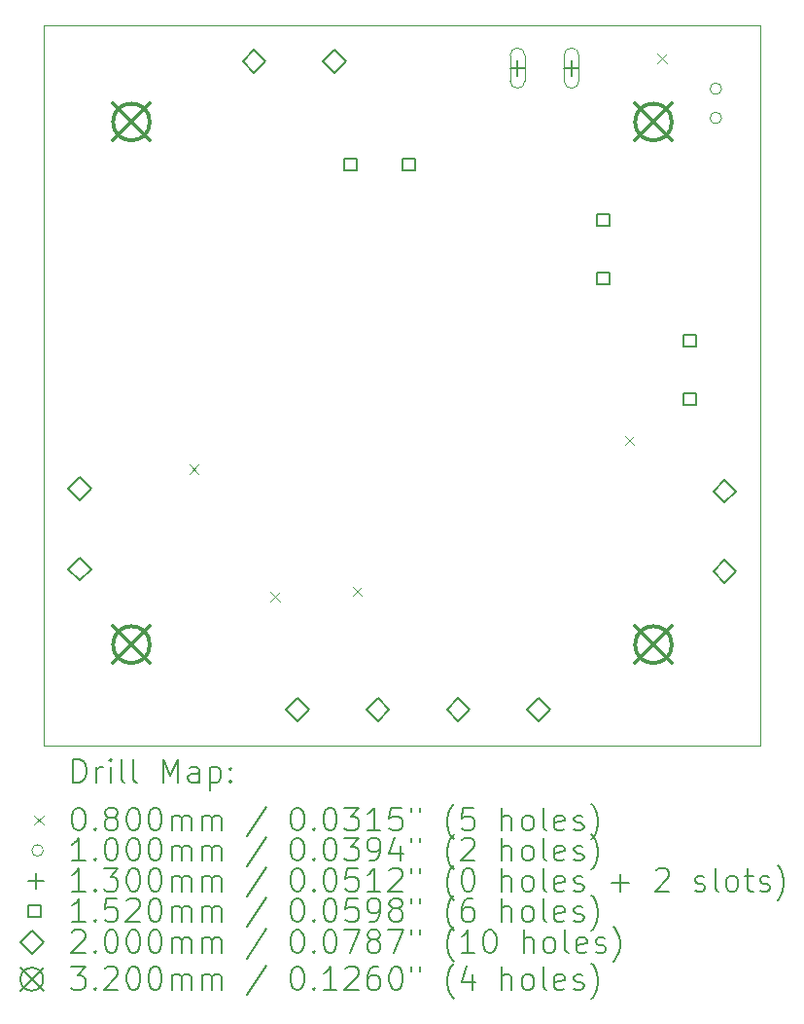
<source format=gbr>
%TF.GenerationSoftware,KiCad,Pcbnew,9.0.5*%
%TF.CreationDate,2025-12-11T06:11:52-03:00*%
%TF.ProjectId,stage power dron_v1,73746167-6520-4706-9f77-65722064726f,rev?*%
%TF.SameCoordinates,Original*%
%TF.FileFunction,Drillmap*%
%TF.FilePolarity,Positive*%
%FSLAX45Y45*%
G04 Gerber Fmt 4.5, Leading zero omitted, Abs format (unit mm)*
G04 Created by KiCad (PCBNEW 9.0.5) date 2025-12-11 06:11:52*
%MOMM*%
%LPD*%
G01*
G04 APERTURE LIST*
%ADD10C,0.100000*%
%ADD11C,0.200000*%
%ADD12C,0.130000*%
%ADD13C,0.152000*%
%ADD14C,0.320000*%
G04 APERTURE END LIST*
D10*
X10917000Y-4255750D02*
X17158500Y-4255750D01*
X17158500Y-10526250D01*
X10917000Y-10526250D01*
X10917000Y-4255750D01*
D11*
D10*
X12186000Y-8078000D02*
X12266000Y-8158000D01*
X12266000Y-8078000D02*
X12186000Y-8158000D01*
X12890000Y-9190000D02*
X12970000Y-9270000D01*
X12970000Y-9190000D02*
X12890000Y-9270000D01*
X13606000Y-9143000D02*
X13686000Y-9223000D01*
X13686000Y-9143000D02*
X13606000Y-9223000D01*
X15975000Y-7830000D02*
X16055000Y-7910000D01*
X16055000Y-7830000D02*
X15975000Y-7910000D01*
X16260000Y-4508000D02*
X16340000Y-4588000D01*
X16340000Y-4508000D02*
X16260000Y-4588000D01*
X16819000Y-4810000D02*
G75*
G02*
X16719000Y-4810000I-50000J0D01*
G01*
X16719000Y-4810000D02*
G75*
G02*
X16819000Y-4810000I50000J0D01*
G01*
X16819000Y-5064000D02*
G75*
G02*
X16719000Y-5064000I-50000J0D01*
G01*
X16719000Y-5064000D02*
G75*
G02*
X16819000Y-5064000I50000J0D01*
G01*
D12*
X15042000Y-4565500D02*
X15042000Y-4695500D01*
X14977000Y-4630500D02*
X15107000Y-4630500D01*
D10*
X14977000Y-4520500D02*
X14977000Y-4740500D01*
X15107000Y-4740500D02*
G75*
G02*
X14977000Y-4740500I-65000J0D01*
G01*
X15107000Y-4740500D02*
X15107000Y-4520500D01*
X15107000Y-4520500D02*
G75*
G03*
X14977000Y-4520500I-65000J0D01*
G01*
D12*
X15512000Y-4565500D02*
X15512000Y-4695500D01*
X15447000Y-4630500D02*
X15577000Y-4630500D01*
D10*
X15447000Y-4520500D02*
X15447000Y-4740500D01*
X15577000Y-4740500D02*
G75*
G02*
X15447000Y-4740500I-65000J0D01*
G01*
X15577000Y-4740500D02*
X15577000Y-4520500D01*
X15577000Y-4520500D02*
G75*
G03*
X15447000Y-4520500I-65000J0D01*
G01*
D13*
X13638741Y-5522741D02*
X13638741Y-5415259D01*
X13531259Y-5415259D01*
X13531259Y-5522741D01*
X13638741Y-5522741D01*
X14146741Y-5522741D02*
X14146741Y-5415259D01*
X14039259Y-5415259D01*
X14039259Y-5522741D01*
X14146741Y-5522741D01*
X15844741Y-6004741D02*
X15844741Y-5897259D01*
X15737259Y-5897259D01*
X15737259Y-6004741D01*
X15844741Y-6004741D01*
X15844741Y-6512741D02*
X15844741Y-6405259D01*
X15737259Y-6405259D01*
X15737259Y-6512741D01*
X15844741Y-6512741D01*
X16595741Y-7055741D02*
X16595741Y-6948259D01*
X16488259Y-6948259D01*
X16488259Y-7055741D01*
X16595741Y-7055741D01*
X16595741Y-7563741D02*
X16595741Y-7456259D01*
X16488259Y-7456259D01*
X16488259Y-7563741D01*
X16595741Y-7563741D01*
D11*
X11231000Y-8388000D02*
X11331000Y-8288000D01*
X11231000Y-8188000D01*
X11131000Y-8288000D01*
X11231000Y-8388000D01*
X11231000Y-9088000D02*
X11331000Y-8988000D01*
X11231000Y-8888000D01*
X11131000Y-8988000D01*
X11231000Y-9088000D01*
X12747738Y-4669900D02*
X12847738Y-4569900D01*
X12747738Y-4469900D01*
X12647738Y-4569900D01*
X12747738Y-4669900D01*
X13126000Y-10312000D02*
X13226000Y-10212000D01*
X13126000Y-10112000D01*
X13026000Y-10212000D01*
X13126000Y-10312000D01*
X13447738Y-4669900D02*
X13547738Y-4569900D01*
X13447738Y-4469900D01*
X13347738Y-4569900D01*
X13447738Y-4669900D01*
X13826000Y-10312000D02*
X13926000Y-10212000D01*
X13826000Y-10112000D01*
X13726000Y-10212000D01*
X13826000Y-10312000D01*
X14526000Y-10312000D02*
X14626000Y-10212000D01*
X14526000Y-10112000D01*
X14426000Y-10212000D01*
X14526000Y-10312000D01*
X15226000Y-10312000D02*
X15326000Y-10212000D01*
X15226000Y-10112000D01*
X15126000Y-10212000D01*
X15226000Y-10312000D01*
X16846000Y-8410000D02*
X16946000Y-8310000D01*
X16846000Y-8210000D01*
X16746000Y-8310000D01*
X16846000Y-8410000D01*
X16846000Y-9110000D02*
X16946000Y-9010000D01*
X16846000Y-8910000D01*
X16746000Y-9010000D01*
X16846000Y-9110000D01*
D14*
X11519507Y-4939073D02*
X11839507Y-5259073D01*
X11839507Y-4939073D02*
X11519507Y-5259073D01*
X11839507Y-5099073D02*
G75*
G02*
X11519507Y-5099073I-160000J0D01*
G01*
X11519507Y-5099073D02*
G75*
G02*
X11839507Y-5099073I160000J0D01*
G01*
X11519507Y-9485270D02*
X11839507Y-9805270D01*
X11839507Y-9485270D02*
X11519507Y-9805270D01*
X11839507Y-9645270D02*
G75*
G02*
X11519507Y-9645270I-160000J0D01*
G01*
X11519507Y-9645270D02*
G75*
G02*
X11839507Y-9645270I160000J0D01*
G01*
X16065518Y-4939073D02*
X16385518Y-5259073D01*
X16385518Y-4939073D02*
X16065518Y-5259073D01*
X16385518Y-5099073D02*
G75*
G02*
X16065518Y-5099073I-160000J0D01*
G01*
X16065518Y-5099073D02*
G75*
G02*
X16385518Y-5099073I160000J0D01*
G01*
X16065518Y-9485270D02*
X16385518Y-9805270D01*
X16385518Y-9485270D02*
X16065518Y-9805270D01*
X16385518Y-9645270D02*
G75*
G02*
X16065518Y-9645270I-160000J0D01*
G01*
X16065518Y-9645270D02*
G75*
G02*
X16385518Y-9645270I160000J0D01*
G01*
D11*
X11172777Y-10842734D02*
X11172777Y-10642734D01*
X11172777Y-10642734D02*
X11220396Y-10642734D01*
X11220396Y-10642734D02*
X11248967Y-10652258D01*
X11248967Y-10652258D02*
X11268015Y-10671305D01*
X11268015Y-10671305D02*
X11277539Y-10690353D01*
X11277539Y-10690353D02*
X11287062Y-10728448D01*
X11287062Y-10728448D02*
X11287062Y-10757020D01*
X11287062Y-10757020D02*
X11277539Y-10795115D01*
X11277539Y-10795115D02*
X11268015Y-10814162D01*
X11268015Y-10814162D02*
X11248967Y-10833210D01*
X11248967Y-10833210D02*
X11220396Y-10842734D01*
X11220396Y-10842734D02*
X11172777Y-10842734D01*
X11372777Y-10842734D02*
X11372777Y-10709400D01*
X11372777Y-10747496D02*
X11382301Y-10728448D01*
X11382301Y-10728448D02*
X11391824Y-10718924D01*
X11391824Y-10718924D02*
X11410872Y-10709400D01*
X11410872Y-10709400D02*
X11429920Y-10709400D01*
X11496586Y-10842734D02*
X11496586Y-10709400D01*
X11496586Y-10642734D02*
X11487062Y-10652258D01*
X11487062Y-10652258D02*
X11496586Y-10661781D01*
X11496586Y-10661781D02*
X11506110Y-10652258D01*
X11506110Y-10652258D02*
X11496586Y-10642734D01*
X11496586Y-10642734D02*
X11496586Y-10661781D01*
X11620396Y-10842734D02*
X11601348Y-10833210D01*
X11601348Y-10833210D02*
X11591824Y-10814162D01*
X11591824Y-10814162D02*
X11591824Y-10642734D01*
X11725158Y-10842734D02*
X11706110Y-10833210D01*
X11706110Y-10833210D02*
X11696586Y-10814162D01*
X11696586Y-10814162D02*
X11696586Y-10642734D01*
X11953729Y-10842734D02*
X11953729Y-10642734D01*
X11953729Y-10642734D02*
X12020396Y-10785591D01*
X12020396Y-10785591D02*
X12087062Y-10642734D01*
X12087062Y-10642734D02*
X12087062Y-10842734D01*
X12268015Y-10842734D02*
X12268015Y-10737972D01*
X12268015Y-10737972D02*
X12258491Y-10718924D01*
X12258491Y-10718924D02*
X12239443Y-10709400D01*
X12239443Y-10709400D02*
X12201348Y-10709400D01*
X12201348Y-10709400D02*
X12182301Y-10718924D01*
X12268015Y-10833210D02*
X12248967Y-10842734D01*
X12248967Y-10842734D02*
X12201348Y-10842734D01*
X12201348Y-10842734D02*
X12182301Y-10833210D01*
X12182301Y-10833210D02*
X12172777Y-10814162D01*
X12172777Y-10814162D02*
X12172777Y-10795115D01*
X12172777Y-10795115D02*
X12182301Y-10776067D01*
X12182301Y-10776067D02*
X12201348Y-10766543D01*
X12201348Y-10766543D02*
X12248967Y-10766543D01*
X12248967Y-10766543D02*
X12268015Y-10757020D01*
X12363253Y-10709400D02*
X12363253Y-10909400D01*
X12363253Y-10718924D02*
X12382301Y-10709400D01*
X12382301Y-10709400D02*
X12420396Y-10709400D01*
X12420396Y-10709400D02*
X12439443Y-10718924D01*
X12439443Y-10718924D02*
X12448967Y-10728448D01*
X12448967Y-10728448D02*
X12458491Y-10747496D01*
X12458491Y-10747496D02*
X12458491Y-10804639D01*
X12458491Y-10804639D02*
X12448967Y-10823686D01*
X12448967Y-10823686D02*
X12439443Y-10833210D01*
X12439443Y-10833210D02*
X12420396Y-10842734D01*
X12420396Y-10842734D02*
X12382301Y-10842734D01*
X12382301Y-10842734D02*
X12363253Y-10833210D01*
X12544205Y-10823686D02*
X12553729Y-10833210D01*
X12553729Y-10833210D02*
X12544205Y-10842734D01*
X12544205Y-10842734D02*
X12534682Y-10833210D01*
X12534682Y-10833210D02*
X12544205Y-10823686D01*
X12544205Y-10823686D02*
X12544205Y-10842734D01*
X12544205Y-10718924D02*
X12553729Y-10728448D01*
X12553729Y-10728448D02*
X12544205Y-10737972D01*
X12544205Y-10737972D02*
X12534682Y-10728448D01*
X12534682Y-10728448D02*
X12544205Y-10718924D01*
X12544205Y-10718924D02*
X12544205Y-10737972D01*
D10*
X10832000Y-11131250D02*
X10912000Y-11211250D01*
X10912000Y-11131250D02*
X10832000Y-11211250D01*
D11*
X11210872Y-11062734D02*
X11229920Y-11062734D01*
X11229920Y-11062734D02*
X11248967Y-11072258D01*
X11248967Y-11072258D02*
X11258491Y-11081781D01*
X11258491Y-11081781D02*
X11268015Y-11100829D01*
X11268015Y-11100829D02*
X11277539Y-11138924D01*
X11277539Y-11138924D02*
X11277539Y-11186543D01*
X11277539Y-11186543D02*
X11268015Y-11224638D01*
X11268015Y-11224638D02*
X11258491Y-11243686D01*
X11258491Y-11243686D02*
X11248967Y-11253210D01*
X11248967Y-11253210D02*
X11229920Y-11262734D01*
X11229920Y-11262734D02*
X11210872Y-11262734D01*
X11210872Y-11262734D02*
X11191824Y-11253210D01*
X11191824Y-11253210D02*
X11182301Y-11243686D01*
X11182301Y-11243686D02*
X11172777Y-11224638D01*
X11172777Y-11224638D02*
X11163253Y-11186543D01*
X11163253Y-11186543D02*
X11163253Y-11138924D01*
X11163253Y-11138924D02*
X11172777Y-11100829D01*
X11172777Y-11100829D02*
X11182301Y-11081781D01*
X11182301Y-11081781D02*
X11191824Y-11072258D01*
X11191824Y-11072258D02*
X11210872Y-11062734D01*
X11363253Y-11243686D02*
X11372777Y-11253210D01*
X11372777Y-11253210D02*
X11363253Y-11262734D01*
X11363253Y-11262734D02*
X11353729Y-11253210D01*
X11353729Y-11253210D02*
X11363253Y-11243686D01*
X11363253Y-11243686D02*
X11363253Y-11262734D01*
X11487062Y-11148448D02*
X11468015Y-11138924D01*
X11468015Y-11138924D02*
X11458491Y-11129400D01*
X11458491Y-11129400D02*
X11448967Y-11110353D01*
X11448967Y-11110353D02*
X11448967Y-11100829D01*
X11448967Y-11100829D02*
X11458491Y-11081781D01*
X11458491Y-11081781D02*
X11468015Y-11072258D01*
X11468015Y-11072258D02*
X11487062Y-11062734D01*
X11487062Y-11062734D02*
X11525158Y-11062734D01*
X11525158Y-11062734D02*
X11544205Y-11072258D01*
X11544205Y-11072258D02*
X11553729Y-11081781D01*
X11553729Y-11081781D02*
X11563253Y-11100829D01*
X11563253Y-11100829D02*
X11563253Y-11110353D01*
X11563253Y-11110353D02*
X11553729Y-11129400D01*
X11553729Y-11129400D02*
X11544205Y-11138924D01*
X11544205Y-11138924D02*
X11525158Y-11148448D01*
X11525158Y-11148448D02*
X11487062Y-11148448D01*
X11487062Y-11148448D02*
X11468015Y-11157972D01*
X11468015Y-11157972D02*
X11458491Y-11167496D01*
X11458491Y-11167496D02*
X11448967Y-11186543D01*
X11448967Y-11186543D02*
X11448967Y-11224638D01*
X11448967Y-11224638D02*
X11458491Y-11243686D01*
X11458491Y-11243686D02*
X11468015Y-11253210D01*
X11468015Y-11253210D02*
X11487062Y-11262734D01*
X11487062Y-11262734D02*
X11525158Y-11262734D01*
X11525158Y-11262734D02*
X11544205Y-11253210D01*
X11544205Y-11253210D02*
X11553729Y-11243686D01*
X11553729Y-11243686D02*
X11563253Y-11224638D01*
X11563253Y-11224638D02*
X11563253Y-11186543D01*
X11563253Y-11186543D02*
X11553729Y-11167496D01*
X11553729Y-11167496D02*
X11544205Y-11157972D01*
X11544205Y-11157972D02*
X11525158Y-11148448D01*
X11687062Y-11062734D02*
X11706110Y-11062734D01*
X11706110Y-11062734D02*
X11725158Y-11072258D01*
X11725158Y-11072258D02*
X11734682Y-11081781D01*
X11734682Y-11081781D02*
X11744205Y-11100829D01*
X11744205Y-11100829D02*
X11753729Y-11138924D01*
X11753729Y-11138924D02*
X11753729Y-11186543D01*
X11753729Y-11186543D02*
X11744205Y-11224638D01*
X11744205Y-11224638D02*
X11734682Y-11243686D01*
X11734682Y-11243686D02*
X11725158Y-11253210D01*
X11725158Y-11253210D02*
X11706110Y-11262734D01*
X11706110Y-11262734D02*
X11687062Y-11262734D01*
X11687062Y-11262734D02*
X11668015Y-11253210D01*
X11668015Y-11253210D02*
X11658491Y-11243686D01*
X11658491Y-11243686D02*
X11648967Y-11224638D01*
X11648967Y-11224638D02*
X11639443Y-11186543D01*
X11639443Y-11186543D02*
X11639443Y-11138924D01*
X11639443Y-11138924D02*
X11648967Y-11100829D01*
X11648967Y-11100829D02*
X11658491Y-11081781D01*
X11658491Y-11081781D02*
X11668015Y-11072258D01*
X11668015Y-11072258D02*
X11687062Y-11062734D01*
X11877539Y-11062734D02*
X11896586Y-11062734D01*
X11896586Y-11062734D02*
X11915634Y-11072258D01*
X11915634Y-11072258D02*
X11925158Y-11081781D01*
X11925158Y-11081781D02*
X11934682Y-11100829D01*
X11934682Y-11100829D02*
X11944205Y-11138924D01*
X11944205Y-11138924D02*
X11944205Y-11186543D01*
X11944205Y-11186543D02*
X11934682Y-11224638D01*
X11934682Y-11224638D02*
X11925158Y-11243686D01*
X11925158Y-11243686D02*
X11915634Y-11253210D01*
X11915634Y-11253210D02*
X11896586Y-11262734D01*
X11896586Y-11262734D02*
X11877539Y-11262734D01*
X11877539Y-11262734D02*
X11858491Y-11253210D01*
X11858491Y-11253210D02*
X11848967Y-11243686D01*
X11848967Y-11243686D02*
X11839443Y-11224638D01*
X11839443Y-11224638D02*
X11829920Y-11186543D01*
X11829920Y-11186543D02*
X11829920Y-11138924D01*
X11829920Y-11138924D02*
X11839443Y-11100829D01*
X11839443Y-11100829D02*
X11848967Y-11081781D01*
X11848967Y-11081781D02*
X11858491Y-11072258D01*
X11858491Y-11072258D02*
X11877539Y-11062734D01*
X12029920Y-11262734D02*
X12029920Y-11129400D01*
X12029920Y-11148448D02*
X12039443Y-11138924D01*
X12039443Y-11138924D02*
X12058491Y-11129400D01*
X12058491Y-11129400D02*
X12087063Y-11129400D01*
X12087063Y-11129400D02*
X12106110Y-11138924D01*
X12106110Y-11138924D02*
X12115634Y-11157972D01*
X12115634Y-11157972D02*
X12115634Y-11262734D01*
X12115634Y-11157972D02*
X12125158Y-11138924D01*
X12125158Y-11138924D02*
X12144205Y-11129400D01*
X12144205Y-11129400D02*
X12172777Y-11129400D01*
X12172777Y-11129400D02*
X12191824Y-11138924D01*
X12191824Y-11138924D02*
X12201348Y-11157972D01*
X12201348Y-11157972D02*
X12201348Y-11262734D01*
X12296586Y-11262734D02*
X12296586Y-11129400D01*
X12296586Y-11148448D02*
X12306110Y-11138924D01*
X12306110Y-11138924D02*
X12325158Y-11129400D01*
X12325158Y-11129400D02*
X12353729Y-11129400D01*
X12353729Y-11129400D02*
X12372777Y-11138924D01*
X12372777Y-11138924D02*
X12382301Y-11157972D01*
X12382301Y-11157972D02*
X12382301Y-11262734D01*
X12382301Y-11157972D02*
X12391824Y-11138924D01*
X12391824Y-11138924D02*
X12410872Y-11129400D01*
X12410872Y-11129400D02*
X12439443Y-11129400D01*
X12439443Y-11129400D02*
X12458491Y-11138924D01*
X12458491Y-11138924D02*
X12468015Y-11157972D01*
X12468015Y-11157972D02*
X12468015Y-11262734D01*
X12858491Y-11053210D02*
X12687063Y-11310353D01*
X13115634Y-11062734D02*
X13134682Y-11062734D01*
X13134682Y-11062734D02*
X13153729Y-11072258D01*
X13153729Y-11072258D02*
X13163253Y-11081781D01*
X13163253Y-11081781D02*
X13172777Y-11100829D01*
X13172777Y-11100829D02*
X13182301Y-11138924D01*
X13182301Y-11138924D02*
X13182301Y-11186543D01*
X13182301Y-11186543D02*
X13172777Y-11224638D01*
X13172777Y-11224638D02*
X13163253Y-11243686D01*
X13163253Y-11243686D02*
X13153729Y-11253210D01*
X13153729Y-11253210D02*
X13134682Y-11262734D01*
X13134682Y-11262734D02*
X13115634Y-11262734D01*
X13115634Y-11262734D02*
X13096586Y-11253210D01*
X13096586Y-11253210D02*
X13087063Y-11243686D01*
X13087063Y-11243686D02*
X13077539Y-11224638D01*
X13077539Y-11224638D02*
X13068015Y-11186543D01*
X13068015Y-11186543D02*
X13068015Y-11138924D01*
X13068015Y-11138924D02*
X13077539Y-11100829D01*
X13077539Y-11100829D02*
X13087063Y-11081781D01*
X13087063Y-11081781D02*
X13096586Y-11072258D01*
X13096586Y-11072258D02*
X13115634Y-11062734D01*
X13268015Y-11243686D02*
X13277539Y-11253210D01*
X13277539Y-11253210D02*
X13268015Y-11262734D01*
X13268015Y-11262734D02*
X13258491Y-11253210D01*
X13258491Y-11253210D02*
X13268015Y-11243686D01*
X13268015Y-11243686D02*
X13268015Y-11262734D01*
X13401348Y-11062734D02*
X13420396Y-11062734D01*
X13420396Y-11062734D02*
X13439444Y-11072258D01*
X13439444Y-11072258D02*
X13448967Y-11081781D01*
X13448967Y-11081781D02*
X13458491Y-11100829D01*
X13458491Y-11100829D02*
X13468015Y-11138924D01*
X13468015Y-11138924D02*
X13468015Y-11186543D01*
X13468015Y-11186543D02*
X13458491Y-11224638D01*
X13458491Y-11224638D02*
X13448967Y-11243686D01*
X13448967Y-11243686D02*
X13439444Y-11253210D01*
X13439444Y-11253210D02*
X13420396Y-11262734D01*
X13420396Y-11262734D02*
X13401348Y-11262734D01*
X13401348Y-11262734D02*
X13382301Y-11253210D01*
X13382301Y-11253210D02*
X13372777Y-11243686D01*
X13372777Y-11243686D02*
X13363253Y-11224638D01*
X13363253Y-11224638D02*
X13353729Y-11186543D01*
X13353729Y-11186543D02*
X13353729Y-11138924D01*
X13353729Y-11138924D02*
X13363253Y-11100829D01*
X13363253Y-11100829D02*
X13372777Y-11081781D01*
X13372777Y-11081781D02*
X13382301Y-11072258D01*
X13382301Y-11072258D02*
X13401348Y-11062734D01*
X13534682Y-11062734D02*
X13658491Y-11062734D01*
X13658491Y-11062734D02*
X13591825Y-11138924D01*
X13591825Y-11138924D02*
X13620396Y-11138924D01*
X13620396Y-11138924D02*
X13639444Y-11148448D01*
X13639444Y-11148448D02*
X13648967Y-11157972D01*
X13648967Y-11157972D02*
X13658491Y-11177020D01*
X13658491Y-11177020D02*
X13658491Y-11224638D01*
X13658491Y-11224638D02*
X13648967Y-11243686D01*
X13648967Y-11243686D02*
X13639444Y-11253210D01*
X13639444Y-11253210D02*
X13620396Y-11262734D01*
X13620396Y-11262734D02*
X13563253Y-11262734D01*
X13563253Y-11262734D02*
X13544206Y-11253210D01*
X13544206Y-11253210D02*
X13534682Y-11243686D01*
X13848967Y-11262734D02*
X13734682Y-11262734D01*
X13791825Y-11262734D02*
X13791825Y-11062734D01*
X13791825Y-11062734D02*
X13772777Y-11091305D01*
X13772777Y-11091305D02*
X13753729Y-11110353D01*
X13753729Y-11110353D02*
X13734682Y-11119877D01*
X14029920Y-11062734D02*
X13934682Y-11062734D01*
X13934682Y-11062734D02*
X13925158Y-11157972D01*
X13925158Y-11157972D02*
X13934682Y-11148448D01*
X13934682Y-11148448D02*
X13953729Y-11138924D01*
X13953729Y-11138924D02*
X14001348Y-11138924D01*
X14001348Y-11138924D02*
X14020396Y-11148448D01*
X14020396Y-11148448D02*
X14029920Y-11157972D01*
X14029920Y-11157972D02*
X14039444Y-11177020D01*
X14039444Y-11177020D02*
X14039444Y-11224638D01*
X14039444Y-11224638D02*
X14029920Y-11243686D01*
X14029920Y-11243686D02*
X14020396Y-11253210D01*
X14020396Y-11253210D02*
X14001348Y-11262734D01*
X14001348Y-11262734D02*
X13953729Y-11262734D01*
X13953729Y-11262734D02*
X13934682Y-11253210D01*
X13934682Y-11253210D02*
X13925158Y-11243686D01*
X14115634Y-11062734D02*
X14115634Y-11100829D01*
X14191825Y-11062734D02*
X14191825Y-11100829D01*
X14487063Y-11338924D02*
X14477539Y-11329400D01*
X14477539Y-11329400D02*
X14458491Y-11300829D01*
X14458491Y-11300829D02*
X14448968Y-11281781D01*
X14448968Y-11281781D02*
X14439444Y-11253210D01*
X14439444Y-11253210D02*
X14429920Y-11205591D01*
X14429920Y-11205591D02*
X14429920Y-11167496D01*
X14429920Y-11167496D02*
X14439444Y-11119877D01*
X14439444Y-11119877D02*
X14448968Y-11091305D01*
X14448968Y-11091305D02*
X14458491Y-11072258D01*
X14458491Y-11072258D02*
X14477539Y-11043686D01*
X14477539Y-11043686D02*
X14487063Y-11034162D01*
X14658491Y-11062734D02*
X14563253Y-11062734D01*
X14563253Y-11062734D02*
X14553729Y-11157972D01*
X14553729Y-11157972D02*
X14563253Y-11148448D01*
X14563253Y-11148448D02*
X14582301Y-11138924D01*
X14582301Y-11138924D02*
X14629920Y-11138924D01*
X14629920Y-11138924D02*
X14648968Y-11148448D01*
X14648968Y-11148448D02*
X14658491Y-11157972D01*
X14658491Y-11157972D02*
X14668015Y-11177020D01*
X14668015Y-11177020D02*
X14668015Y-11224638D01*
X14668015Y-11224638D02*
X14658491Y-11243686D01*
X14658491Y-11243686D02*
X14648968Y-11253210D01*
X14648968Y-11253210D02*
X14629920Y-11262734D01*
X14629920Y-11262734D02*
X14582301Y-11262734D01*
X14582301Y-11262734D02*
X14563253Y-11253210D01*
X14563253Y-11253210D02*
X14553729Y-11243686D01*
X14906110Y-11262734D02*
X14906110Y-11062734D01*
X14991825Y-11262734D02*
X14991825Y-11157972D01*
X14991825Y-11157972D02*
X14982301Y-11138924D01*
X14982301Y-11138924D02*
X14963253Y-11129400D01*
X14963253Y-11129400D02*
X14934682Y-11129400D01*
X14934682Y-11129400D02*
X14915634Y-11138924D01*
X14915634Y-11138924D02*
X14906110Y-11148448D01*
X15115634Y-11262734D02*
X15096587Y-11253210D01*
X15096587Y-11253210D02*
X15087063Y-11243686D01*
X15087063Y-11243686D02*
X15077539Y-11224638D01*
X15077539Y-11224638D02*
X15077539Y-11167496D01*
X15077539Y-11167496D02*
X15087063Y-11148448D01*
X15087063Y-11148448D02*
X15096587Y-11138924D01*
X15096587Y-11138924D02*
X15115634Y-11129400D01*
X15115634Y-11129400D02*
X15144206Y-11129400D01*
X15144206Y-11129400D02*
X15163253Y-11138924D01*
X15163253Y-11138924D02*
X15172777Y-11148448D01*
X15172777Y-11148448D02*
X15182301Y-11167496D01*
X15182301Y-11167496D02*
X15182301Y-11224638D01*
X15182301Y-11224638D02*
X15172777Y-11243686D01*
X15172777Y-11243686D02*
X15163253Y-11253210D01*
X15163253Y-11253210D02*
X15144206Y-11262734D01*
X15144206Y-11262734D02*
X15115634Y-11262734D01*
X15296587Y-11262734D02*
X15277539Y-11253210D01*
X15277539Y-11253210D02*
X15268015Y-11234162D01*
X15268015Y-11234162D02*
X15268015Y-11062734D01*
X15448968Y-11253210D02*
X15429920Y-11262734D01*
X15429920Y-11262734D02*
X15391825Y-11262734D01*
X15391825Y-11262734D02*
X15372777Y-11253210D01*
X15372777Y-11253210D02*
X15363253Y-11234162D01*
X15363253Y-11234162D02*
X15363253Y-11157972D01*
X15363253Y-11157972D02*
X15372777Y-11138924D01*
X15372777Y-11138924D02*
X15391825Y-11129400D01*
X15391825Y-11129400D02*
X15429920Y-11129400D01*
X15429920Y-11129400D02*
X15448968Y-11138924D01*
X15448968Y-11138924D02*
X15458491Y-11157972D01*
X15458491Y-11157972D02*
X15458491Y-11177020D01*
X15458491Y-11177020D02*
X15363253Y-11196067D01*
X15534682Y-11253210D02*
X15553730Y-11262734D01*
X15553730Y-11262734D02*
X15591825Y-11262734D01*
X15591825Y-11262734D02*
X15610872Y-11253210D01*
X15610872Y-11253210D02*
X15620396Y-11234162D01*
X15620396Y-11234162D02*
X15620396Y-11224638D01*
X15620396Y-11224638D02*
X15610872Y-11205591D01*
X15610872Y-11205591D02*
X15591825Y-11196067D01*
X15591825Y-11196067D02*
X15563253Y-11196067D01*
X15563253Y-11196067D02*
X15544206Y-11186543D01*
X15544206Y-11186543D02*
X15534682Y-11167496D01*
X15534682Y-11167496D02*
X15534682Y-11157972D01*
X15534682Y-11157972D02*
X15544206Y-11138924D01*
X15544206Y-11138924D02*
X15563253Y-11129400D01*
X15563253Y-11129400D02*
X15591825Y-11129400D01*
X15591825Y-11129400D02*
X15610872Y-11138924D01*
X15687063Y-11338924D02*
X15696587Y-11329400D01*
X15696587Y-11329400D02*
X15715634Y-11300829D01*
X15715634Y-11300829D02*
X15725158Y-11281781D01*
X15725158Y-11281781D02*
X15734682Y-11253210D01*
X15734682Y-11253210D02*
X15744206Y-11205591D01*
X15744206Y-11205591D02*
X15744206Y-11167496D01*
X15744206Y-11167496D02*
X15734682Y-11119877D01*
X15734682Y-11119877D02*
X15725158Y-11091305D01*
X15725158Y-11091305D02*
X15715634Y-11072258D01*
X15715634Y-11072258D02*
X15696587Y-11043686D01*
X15696587Y-11043686D02*
X15687063Y-11034162D01*
D10*
X10912000Y-11435250D02*
G75*
G02*
X10812000Y-11435250I-50000J0D01*
G01*
X10812000Y-11435250D02*
G75*
G02*
X10912000Y-11435250I50000J0D01*
G01*
D11*
X11277539Y-11526734D02*
X11163253Y-11526734D01*
X11220396Y-11526734D02*
X11220396Y-11326734D01*
X11220396Y-11326734D02*
X11201348Y-11355305D01*
X11201348Y-11355305D02*
X11182301Y-11374353D01*
X11182301Y-11374353D02*
X11163253Y-11383877D01*
X11363253Y-11507686D02*
X11372777Y-11517210D01*
X11372777Y-11517210D02*
X11363253Y-11526734D01*
X11363253Y-11526734D02*
X11353729Y-11517210D01*
X11353729Y-11517210D02*
X11363253Y-11507686D01*
X11363253Y-11507686D02*
X11363253Y-11526734D01*
X11496586Y-11326734D02*
X11515634Y-11326734D01*
X11515634Y-11326734D02*
X11534682Y-11336258D01*
X11534682Y-11336258D02*
X11544205Y-11345781D01*
X11544205Y-11345781D02*
X11553729Y-11364829D01*
X11553729Y-11364829D02*
X11563253Y-11402924D01*
X11563253Y-11402924D02*
X11563253Y-11450543D01*
X11563253Y-11450543D02*
X11553729Y-11488638D01*
X11553729Y-11488638D02*
X11544205Y-11507686D01*
X11544205Y-11507686D02*
X11534682Y-11517210D01*
X11534682Y-11517210D02*
X11515634Y-11526734D01*
X11515634Y-11526734D02*
X11496586Y-11526734D01*
X11496586Y-11526734D02*
X11477539Y-11517210D01*
X11477539Y-11517210D02*
X11468015Y-11507686D01*
X11468015Y-11507686D02*
X11458491Y-11488638D01*
X11458491Y-11488638D02*
X11448967Y-11450543D01*
X11448967Y-11450543D02*
X11448967Y-11402924D01*
X11448967Y-11402924D02*
X11458491Y-11364829D01*
X11458491Y-11364829D02*
X11468015Y-11345781D01*
X11468015Y-11345781D02*
X11477539Y-11336258D01*
X11477539Y-11336258D02*
X11496586Y-11326734D01*
X11687062Y-11326734D02*
X11706110Y-11326734D01*
X11706110Y-11326734D02*
X11725158Y-11336258D01*
X11725158Y-11336258D02*
X11734682Y-11345781D01*
X11734682Y-11345781D02*
X11744205Y-11364829D01*
X11744205Y-11364829D02*
X11753729Y-11402924D01*
X11753729Y-11402924D02*
X11753729Y-11450543D01*
X11753729Y-11450543D02*
X11744205Y-11488638D01*
X11744205Y-11488638D02*
X11734682Y-11507686D01*
X11734682Y-11507686D02*
X11725158Y-11517210D01*
X11725158Y-11517210D02*
X11706110Y-11526734D01*
X11706110Y-11526734D02*
X11687062Y-11526734D01*
X11687062Y-11526734D02*
X11668015Y-11517210D01*
X11668015Y-11517210D02*
X11658491Y-11507686D01*
X11658491Y-11507686D02*
X11648967Y-11488638D01*
X11648967Y-11488638D02*
X11639443Y-11450543D01*
X11639443Y-11450543D02*
X11639443Y-11402924D01*
X11639443Y-11402924D02*
X11648967Y-11364829D01*
X11648967Y-11364829D02*
X11658491Y-11345781D01*
X11658491Y-11345781D02*
X11668015Y-11336258D01*
X11668015Y-11336258D02*
X11687062Y-11326734D01*
X11877539Y-11326734D02*
X11896586Y-11326734D01*
X11896586Y-11326734D02*
X11915634Y-11336258D01*
X11915634Y-11336258D02*
X11925158Y-11345781D01*
X11925158Y-11345781D02*
X11934682Y-11364829D01*
X11934682Y-11364829D02*
X11944205Y-11402924D01*
X11944205Y-11402924D02*
X11944205Y-11450543D01*
X11944205Y-11450543D02*
X11934682Y-11488638D01*
X11934682Y-11488638D02*
X11925158Y-11507686D01*
X11925158Y-11507686D02*
X11915634Y-11517210D01*
X11915634Y-11517210D02*
X11896586Y-11526734D01*
X11896586Y-11526734D02*
X11877539Y-11526734D01*
X11877539Y-11526734D02*
X11858491Y-11517210D01*
X11858491Y-11517210D02*
X11848967Y-11507686D01*
X11848967Y-11507686D02*
X11839443Y-11488638D01*
X11839443Y-11488638D02*
X11829920Y-11450543D01*
X11829920Y-11450543D02*
X11829920Y-11402924D01*
X11829920Y-11402924D02*
X11839443Y-11364829D01*
X11839443Y-11364829D02*
X11848967Y-11345781D01*
X11848967Y-11345781D02*
X11858491Y-11336258D01*
X11858491Y-11336258D02*
X11877539Y-11326734D01*
X12029920Y-11526734D02*
X12029920Y-11393400D01*
X12029920Y-11412448D02*
X12039443Y-11402924D01*
X12039443Y-11402924D02*
X12058491Y-11393400D01*
X12058491Y-11393400D02*
X12087063Y-11393400D01*
X12087063Y-11393400D02*
X12106110Y-11402924D01*
X12106110Y-11402924D02*
X12115634Y-11421972D01*
X12115634Y-11421972D02*
X12115634Y-11526734D01*
X12115634Y-11421972D02*
X12125158Y-11402924D01*
X12125158Y-11402924D02*
X12144205Y-11393400D01*
X12144205Y-11393400D02*
X12172777Y-11393400D01*
X12172777Y-11393400D02*
X12191824Y-11402924D01*
X12191824Y-11402924D02*
X12201348Y-11421972D01*
X12201348Y-11421972D02*
X12201348Y-11526734D01*
X12296586Y-11526734D02*
X12296586Y-11393400D01*
X12296586Y-11412448D02*
X12306110Y-11402924D01*
X12306110Y-11402924D02*
X12325158Y-11393400D01*
X12325158Y-11393400D02*
X12353729Y-11393400D01*
X12353729Y-11393400D02*
X12372777Y-11402924D01*
X12372777Y-11402924D02*
X12382301Y-11421972D01*
X12382301Y-11421972D02*
X12382301Y-11526734D01*
X12382301Y-11421972D02*
X12391824Y-11402924D01*
X12391824Y-11402924D02*
X12410872Y-11393400D01*
X12410872Y-11393400D02*
X12439443Y-11393400D01*
X12439443Y-11393400D02*
X12458491Y-11402924D01*
X12458491Y-11402924D02*
X12468015Y-11421972D01*
X12468015Y-11421972D02*
X12468015Y-11526734D01*
X12858491Y-11317210D02*
X12687063Y-11574353D01*
X13115634Y-11326734D02*
X13134682Y-11326734D01*
X13134682Y-11326734D02*
X13153729Y-11336258D01*
X13153729Y-11336258D02*
X13163253Y-11345781D01*
X13163253Y-11345781D02*
X13172777Y-11364829D01*
X13172777Y-11364829D02*
X13182301Y-11402924D01*
X13182301Y-11402924D02*
X13182301Y-11450543D01*
X13182301Y-11450543D02*
X13172777Y-11488638D01*
X13172777Y-11488638D02*
X13163253Y-11507686D01*
X13163253Y-11507686D02*
X13153729Y-11517210D01*
X13153729Y-11517210D02*
X13134682Y-11526734D01*
X13134682Y-11526734D02*
X13115634Y-11526734D01*
X13115634Y-11526734D02*
X13096586Y-11517210D01*
X13096586Y-11517210D02*
X13087063Y-11507686D01*
X13087063Y-11507686D02*
X13077539Y-11488638D01*
X13077539Y-11488638D02*
X13068015Y-11450543D01*
X13068015Y-11450543D02*
X13068015Y-11402924D01*
X13068015Y-11402924D02*
X13077539Y-11364829D01*
X13077539Y-11364829D02*
X13087063Y-11345781D01*
X13087063Y-11345781D02*
X13096586Y-11336258D01*
X13096586Y-11336258D02*
X13115634Y-11326734D01*
X13268015Y-11507686D02*
X13277539Y-11517210D01*
X13277539Y-11517210D02*
X13268015Y-11526734D01*
X13268015Y-11526734D02*
X13258491Y-11517210D01*
X13258491Y-11517210D02*
X13268015Y-11507686D01*
X13268015Y-11507686D02*
X13268015Y-11526734D01*
X13401348Y-11326734D02*
X13420396Y-11326734D01*
X13420396Y-11326734D02*
X13439444Y-11336258D01*
X13439444Y-11336258D02*
X13448967Y-11345781D01*
X13448967Y-11345781D02*
X13458491Y-11364829D01*
X13458491Y-11364829D02*
X13468015Y-11402924D01*
X13468015Y-11402924D02*
X13468015Y-11450543D01*
X13468015Y-11450543D02*
X13458491Y-11488638D01*
X13458491Y-11488638D02*
X13448967Y-11507686D01*
X13448967Y-11507686D02*
X13439444Y-11517210D01*
X13439444Y-11517210D02*
X13420396Y-11526734D01*
X13420396Y-11526734D02*
X13401348Y-11526734D01*
X13401348Y-11526734D02*
X13382301Y-11517210D01*
X13382301Y-11517210D02*
X13372777Y-11507686D01*
X13372777Y-11507686D02*
X13363253Y-11488638D01*
X13363253Y-11488638D02*
X13353729Y-11450543D01*
X13353729Y-11450543D02*
X13353729Y-11402924D01*
X13353729Y-11402924D02*
X13363253Y-11364829D01*
X13363253Y-11364829D02*
X13372777Y-11345781D01*
X13372777Y-11345781D02*
X13382301Y-11336258D01*
X13382301Y-11336258D02*
X13401348Y-11326734D01*
X13534682Y-11326734D02*
X13658491Y-11326734D01*
X13658491Y-11326734D02*
X13591825Y-11402924D01*
X13591825Y-11402924D02*
X13620396Y-11402924D01*
X13620396Y-11402924D02*
X13639444Y-11412448D01*
X13639444Y-11412448D02*
X13648967Y-11421972D01*
X13648967Y-11421972D02*
X13658491Y-11441019D01*
X13658491Y-11441019D02*
X13658491Y-11488638D01*
X13658491Y-11488638D02*
X13648967Y-11507686D01*
X13648967Y-11507686D02*
X13639444Y-11517210D01*
X13639444Y-11517210D02*
X13620396Y-11526734D01*
X13620396Y-11526734D02*
X13563253Y-11526734D01*
X13563253Y-11526734D02*
X13544206Y-11517210D01*
X13544206Y-11517210D02*
X13534682Y-11507686D01*
X13753729Y-11526734D02*
X13791825Y-11526734D01*
X13791825Y-11526734D02*
X13810872Y-11517210D01*
X13810872Y-11517210D02*
X13820396Y-11507686D01*
X13820396Y-11507686D02*
X13839444Y-11479115D01*
X13839444Y-11479115D02*
X13848967Y-11441019D01*
X13848967Y-11441019D02*
X13848967Y-11364829D01*
X13848967Y-11364829D02*
X13839444Y-11345781D01*
X13839444Y-11345781D02*
X13829920Y-11336258D01*
X13829920Y-11336258D02*
X13810872Y-11326734D01*
X13810872Y-11326734D02*
X13772777Y-11326734D01*
X13772777Y-11326734D02*
X13753729Y-11336258D01*
X13753729Y-11336258D02*
X13744206Y-11345781D01*
X13744206Y-11345781D02*
X13734682Y-11364829D01*
X13734682Y-11364829D02*
X13734682Y-11412448D01*
X13734682Y-11412448D02*
X13744206Y-11431496D01*
X13744206Y-11431496D02*
X13753729Y-11441019D01*
X13753729Y-11441019D02*
X13772777Y-11450543D01*
X13772777Y-11450543D02*
X13810872Y-11450543D01*
X13810872Y-11450543D02*
X13829920Y-11441019D01*
X13829920Y-11441019D02*
X13839444Y-11431496D01*
X13839444Y-11431496D02*
X13848967Y-11412448D01*
X14020396Y-11393400D02*
X14020396Y-11526734D01*
X13972777Y-11317210D02*
X13925158Y-11460067D01*
X13925158Y-11460067D02*
X14048967Y-11460067D01*
X14115634Y-11326734D02*
X14115634Y-11364829D01*
X14191825Y-11326734D02*
X14191825Y-11364829D01*
X14487063Y-11602924D02*
X14477539Y-11593400D01*
X14477539Y-11593400D02*
X14458491Y-11564829D01*
X14458491Y-11564829D02*
X14448968Y-11545781D01*
X14448968Y-11545781D02*
X14439444Y-11517210D01*
X14439444Y-11517210D02*
X14429920Y-11469591D01*
X14429920Y-11469591D02*
X14429920Y-11431496D01*
X14429920Y-11431496D02*
X14439444Y-11383877D01*
X14439444Y-11383877D02*
X14448968Y-11355305D01*
X14448968Y-11355305D02*
X14458491Y-11336258D01*
X14458491Y-11336258D02*
X14477539Y-11307686D01*
X14477539Y-11307686D02*
X14487063Y-11298162D01*
X14553729Y-11345781D02*
X14563253Y-11336258D01*
X14563253Y-11336258D02*
X14582301Y-11326734D01*
X14582301Y-11326734D02*
X14629920Y-11326734D01*
X14629920Y-11326734D02*
X14648968Y-11336258D01*
X14648968Y-11336258D02*
X14658491Y-11345781D01*
X14658491Y-11345781D02*
X14668015Y-11364829D01*
X14668015Y-11364829D02*
X14668015Y-11383877D01*
X14668015Y-11383877D02*
X14658491Y-11412448D01*
X14658491Y-11412448D02*
X14544206Y-11526734D01*
X14544206Y-11526734D02*
X14668015Y-11526734D01*
X14906110Y-11526734D02*
X14906110Y-11326734D01*
X14991825Y-11526734D02*
X14991825Y-11421972D01*
X14991825Y-11421972D02*
X14982301Y-11402924D01*
X14982301Y-11402924D02*
X14963253Y-11393400D01*
X14963253Y-11393400D02*
X14934682Y-11393400D01*
X14934682Y-11393400D02*
X14915634Y-11402924D01*
X14915634Y-11402924D02*
X14906110Y-11412448D01*
X15115634Y-11526734D02*
X15096587Y-11517210D01*
X15096587Y-11517210D02*
X15087063Y-11507686D01*
X15087063Y-11507686D02*
X15077539Y-11488638D01*
X15077539Y-11488638D02*
X15077539Y-11431496D01*
X15077539Y-11431496D02*
X15087063Y-11412448D01*
X15087063Y-11412448D02*
X15096587Y-11402924D01*
X15096587Y-11402924D02*
X15115634Y-11393400D01*
X15115634Y-11393400D02*
X15144206Y-11393400D01*
X15144206Y-11393400D02*
X15163253Y-11402924D01*
X15163253Y-11402924D02*
X15172777Y-11412448D01*
X15172777Y-11412448D02*
X15182301Y-11431496D01*
X15182301Y-11431496D02*
X15182301Y-11488638D01*
X15182301Y-11488638D02*
X15172777Y-11507686D01*
X15172777Y-11507686D02*
X15163253Y-11517210D01*
X15163253Y-11517210D02*
X15144206Y-11526734D01*
X15144206Y-11526734D02*
X15115634Y-11526734D01*
X15296587Y-11526734D02*
X15277539Y-11517210D01*
X15277539Y-11517210D02*
X15268015Y-11498162D01*
X15268015Y-11498162D02*
X15268015Y-11326734D01*
X15448968Y-11517210D02*
X15429920Y-11526734D01*
X15429920Y-11526734D02*
X15391825Y-11526734D01*
X15391825Y-11526734D02*
X15372777Y-11517210D01*
X15372777Y-11517210D02*
X15363253Y-11498162D01*
X15363253Y-11498162D02*
X15363253Y-11421972D01*
X15363253Y-11421972D02*
X15372777Y-11402924D01*
X15372777Y-11402924D02*
X15391825Y-11393400D01*
X15391825Y-11393400D02*
X15429920Y-11393400D01*
X15429920Y-11393400D02*
X15448968Y-11402924D01*
X15448968Y-11402924D02*
X15458491Y-11421972D01*
X15458491Y-11421972D02*
X15458491Y-11441019D01*
X15458491Y-11441019D02*
X15363253Y-11460067D01*
X15534682Y-11517210D02*
X15553730Y-11526734D01*
X15553730Y-11526734D02*
X15591825Y-11526734D01*
X15591825Y-11526734D02*
X15610872Y-11517210D01*
X15610872Y-11517210D02*
X15620396Y-11498162D01*
X15620396Y-11498162D02*
X15620396Y-11488638D01*
X15620396Y-11488638D02*
X15610872Y-11469591D01*
X15610872Y-11469591D02*
X15591825Y-11460067D01*
X15591825Y-11460067D02*
X15563253Y-11460067D01*
X15563253Y-11460067D02*
X15544206Y-11450543D01*
X15544206Y-11450543D02*
X15534682Y-11431496D01*
X15534682Y-11431496D02*
X15534682Y-11421972D01*
X15534682Y-11421972D02*
X15544206Y-11402924D01*
X15544206Y-11402924D02*
X15563253Y-11393400D01*
X15563253Y-11393400D02*
X15591825Y-11393400D01*
X15591825Y-11393400D02*
X15610872Y-11402924D01*
X15687063Y-11602924D02*
X15696587Y-11593400D01*
X15696587Y-11593400D02*
X15715634Y-11564829D01*
X15715634Y-11564829D02*
X15725158Y-11545781D01*
X15725158Y-11545781D02*
X15734682Y-11517210D01*
X15734682Y-11517210D02*
X15744206Y-11469591D01*
X15744206Y-11469591D02*
X15744206Y-11431496D01*
X15744206Y-11431496D02*
X15734682Y-11383877D01*
X15734682Y-11383877D02*
X15725158Y-11355305D01*
X15725158Y-11355305D02*
X15715634Y-11336258D01*
X15715634Y-11336258D02*
X15696587Y-11307686D01*
X15696587Y-11307686D02*
X15687063Y-11298162D01*
D12*
X10847000Y-11634250D02*
X10847000Y-11764250D01*
X10782000Y-11699250D02*
X10912000Y-11699250D01*
D11*
X11277539Y-11790734D02*
X11163253Y-11790734D01*
X11220396Y-11790734D02*
X11220396Y-11590734D01*
X11220396Y-11590734D02*
X11201348Y-11619305D01*
X11201348Y-11619305D02*
X11182301Y-11638353D01*
X11182301Y-11638353D02*
X11163253Y-11647877D01*
X11363253Y-11771686D02*
X11372777Y-11781210D01*
X11372777Y-11781210D02*
X11363253Y-11790734D01*
X11363253Y-11790734D02*
X11353729Y-11781210D01*
X11353729Y-11781210D02*
X11363253Y-11771686D01*
X11363253Y-11771686D02*
X11363253Y-11790734D01*
X11439443Y-11590734D02*
X11563253Y-11590734D01*
X11563253Y-11590734D02*
X11496586Y-11666924D01*
X11496586Y-11666924D02*
X11525158Y-11666924D01*
X11525158Y-11666924D02*
X11544205Y-11676448D01*
X11544205Y-11676448D02*
X11553729Y-11685972D01*
X11553729Y-11685972D02*
X11563253Y-11705019D01*
X11563253Y-11705019D02*
X11563253Y-11752638D01*
X11563253Y-11752638D02*
X11553729Y-11771686D01*
X11553729Y-11771686D02*
X11544205Y-11781210D01*
X11544205Y-11781210D02*
X11525158Y-11790734D01*
X11525158Y-11790734D02*
X11468015Y-11790734D01*
X11468015Y-11790734D02*
X11448967Y-11781210D01*
X11448967Y-11781210D02*
X11439443Y-11771686D01*
X11687062Y-11590734D02*
X11706110Y-11590734D01*
X11706110Y-11590734D02*
X11725158Y-11600258D01*
X11725158Y-11600258D02*
X11734682Y-11609781D01*
X11734682Y-11609781D02*
X11744205Y-11628829D01*
X11744205Y-11628829D02*
X11753729Y-11666924D01*
X11753729Y-11666924D02*
X11753729Y-11714543D01*
X11753729Y-11714543D02*
X11744205Y-11752638D01*
X11744205Y-11752638D02*
X11734682Y-11771686D01*
X11734682Y-11771686D02*
X11725158Y-11781210D01*
X11725158Y-11781210D02*
X11706110Y-11790734D01*
X11706110Y-11790734D02*
X11687062Y-11790734D01*
X11687062Y-11790734D02*
X11668015Y-11781210D01*
X11668015Y-11781210D02*
X11658491Y-11771686D01*
X11658491Y-11771686D02*
X11648967Y-11752638D01*
X11648967Y-11752638D02*
X11639443Y-11714543D01*
X11639443Y-11714543D02*
X11639443Y-11666924D01*
X11639443Y-11666924D02*
X11648967Y-11628829D01*
X11648967Y-11628829D02*
X11658491Y-11609781D01*
X11658491Y-11609781D02*
X11668015Y-11600258D01*
X11668015Y-11600258D02*
X11687062Y-11590734D01*
X11877539Y-11590734D02*
X11896586Y-11590734D01*
X11896586Y-11590734D02*
X11915634Y-11600258D01*
X11915634Y-11600258D02*
X11925158Y-11609781D01*
X11925158Y-11609781D02*
X11934682Y-11628829D01*
X11934682Y-11628829D02*
X11944205Y-11666924D01*
X11944205Y-11666924D02*
X11944205Y-11714543D01*
X11944205Y-11714543D02*
X11934682Y-11752638D01*
X11934682Y-11752638D02*
X11925158Y-11771686D01*
X11925158Y-11771686D02*
X11915634Y-11781210D01*
X11915634Y-11781210D02*
X11896586Y-11790734D01*
X11896586Y-11790734D02*
X11877539Y-11790734D01*
X11877539Y-11790734D02*
X11858491Y-11781210D01*
X11858491Y-11781210D02*
X11848967Y-11771686D01*
X11848967Y-11771686D02*
X11839443Y-11752638D01*
X11839443Y-11752638D02*
X11829920Y-11714543D01*
X11829920Y-11714543D02*
X11829920Y-11666924D01*
X11829920Y-11666924D02*
X11839443Y-11628829D01*
X11839443Y-11628829D02*
X11848967Y-11609781D01*
X11848967Y-11609781D02*
X11858491Y-11600258D01*
X11858491Y-11600258D02*
X11877539Y-11590734D01*
X12029920Y-11790734D02*
X12029920Y-11657400D01*
X12029920Y-11676448D02*
X12039443Y-11666924D01*
X12039443Y-11666924D02*
X12058491Y-11657400D01*
X12058491Y-11657400D02*
X12087063Y-11657400D01*
X12087063Y-11657400D02*
X12106110Y-11666924D01*
X12106110Y-11666924D02*
X12115634Y-11685972D01*
X12115634Y-11685972D02*
X12115634Y-11790734D01*
X12115634Y-11685972D02*
X12125158Y-11666924D01*
X12125158Y-11666924D02*
X12144205Y-11657400D01*
X12144205Y-11657400D02*
X12172777Y-11657400D01*
X12172777Y-11657400D02*
X12191824Y-11666924D01*
X12191824Y-11666924D02*
X12201348Y-11685972D01*
X12201348Y-11685972D02*
X12201348Y-11790734D01*
X12296586Y-11790734D02*
X12296586Y-11657400D01*
X12296586Y-11676448D02*
X12306110Y-11666924D01*
X12306110Y-11666924D02*
X12325158Y-11657400D01*
X12325158Y-11657400D02*
X12353729Y-11657400D01*
X12353729Y-11657400D02*
X12372777Y-11666924D01*
X12372777Y-11666924D02*
X12382301Y-11685972D01*
X12382301Y-11685972D02*
X12382301Y-11790734D01*
X12382301Y-11685972D02*
X12391824Y-11666924D01*
X12391824Y-11666924D02*
X12410872Y-11657400D01*
X12410872Y-11657400D02*
X12439443Y-11657400D01*
X12439443Y-11657400D02*
X12458491Y-11666924D01*
X12458491Y-11666924D02*
X12468015Y-11685972D01*
X12468015Y-11685972D02*
X12468015Y-11790734D01*
X12858491Y-11581210D02*
X12687063Y-11838353D01*
X13115634Y-11590734D02*
X13134682Y-11590734D01*
X13134682Y-11590734D02*
X13153729Y-11600258D01*
X13153729Y-11600258D02*
X13163253Y-11609781D01*
X13163253Y-11609781D02*
X13172777Y-11628829D01*
X13172777Y-11628829D02*
X13182301Y-11666924D01*
X13182301Y-11666924D02*
X13182301Y-11714543D01*
X13182301Y-11714543D02*
X13172777Y-11752638D01*
X13172777Y-11752638D02*
X13163253Y-11771686D01*
X13163253Y-11771686D02*
X13153729Y-11781210D01*
X13153729Y-11781210D02*
X13134682Y-11790734D01*
X13134682Y-11790734D02*
X13115634Y-11790734D01*
X13115634Y-11790734D02*
X13096586Y-11781210D01*
X13096586Y-11781210D02*
X13087063Y-11771686D01*
X13087063Y-11771686D02*
X13077539Y-11752638D01*
X13077539Y-11752638D02*
X13068015Y-11714543D01*
X13068015Y-11714543D02*
X13068015Y-11666924D01*
X13068015Y-11666924D02*
X13077539Y-11628829D01*
X13077539Y-11628829D02*
X13087063Y-11609781D01*
X13087063Y-11609781D02*
X13096586Y-11600258D01*
X13096586Y-11600258D02*
X13115634Y-11590734D01*
X13268015Y-11771686D02*
X13277539Y-11781210D01*
X13277539Y-11781210D02*
X13268015Y-11790734D01*
X13268015Y-11790734D02*
X13258491Y-11781210D01*
X13258491Y-11781210D02*
X13268015Y-11771686D01*
X13268015Y-11771686D02*
X13268015Y-11790734D01*
X13401348Y-11590734D02*
X13420396Y-11590734D01*
X13420396Y-11590734D02*
X13439444Y-11600258D01*
X13439444Y-11600258D02*
X13448967Y-11609781D01*
X13448967Y-11609781D02*
X13458491Y-11628829D01*
X13458491Y-11628829D02*
X13468015Y-11666924D01*
X13468015Y-11666924D02*
X13468015Y-11714543D01*
X13468015Y-11714543D02*
X13458491Y-11752638D01*
X13458491Y-11752638D02*
X13448967Y-11771686D01*
X13448967Y-11771686D02*
X13439444Y-11781210D01*
X13439444Y-11781210D02*
X13420396Y-11790734D01*
X13420396Y-11790734D02*
X13401348Y-11790734D01*
X13401348Y-11790734D02*
X13382301Y-11781210D01*
X13382301Y-11781210D02*
X13372777Y-11771686D01*
X13372777Y-11771686D02*
X13363253Y-11752638D01*
X13363253Y-11752638D02*
X13353729Y-11714543D01*
X13353729Y-11714543D02*
X13353729Y-11666924D01*
X13353729Y-11666924D02*
X13363253Y-11628829D01*
X13363253Y-11628829D02*
X13372777Y-11609781D01*
X13372777Y-11609781D02*
X13382301Y-11600258D01*
X13382301Y-11600258D02*
X13401348Y-11590734D01*
X13648967Y-11590734D02*
X13553729Y-11590734D01*
X13553729Y-11590734D02*
X13544206Y-11685972D01*
X13544206Y-11685972D02*
X13553729Y-11676448D01*
X13553729Y-11676448D02*
X13572777Y-11666924D01*
X13572777Y-11666924D02*
X13620396Y-11666924D01*
X13620396Y-11666924D02*
X13639444Y-11676448D01*
X13639444Y-11676448D02*
X13648967Y-11685972D01*
X13648967Y-11685972D02*
X13658491Y-11705019D01*
X13658491Y-11705019D02*
X13658491Y-11752638D01*
X13658491Y-11752638D02*
X13648967Y-11771686D01*
X13648967Y-11771686D02*
X13639444Y-11781210D01*
X13639444Y-11781210D02*
X13620396Y-11790734D01*
X13620396Y-11790734D02*
X13572777Y-11790734D01*
X13572777Y-11790734D02*
X13553729Y-11781210D01*
X13553729Y-11781210D02*
X13544206Y-11771686D01*
X13848967Y-11790734D02*
X13734682Y-11790734D01*
X13791825Y-11790734D02*
X13791825Y-11590734D01*
X13791825Y-11590734D02*
X13772777Y-11619305D01*
X13772777Y-11619305D02*
X13753729Y-11638353D01*
X13753729Y-11638353D02*
X13734682Y-11647877D01*
X13925158Y-11609781D02*
X13934682Y-11600258D01*
X13934682Y-11600258D02*
X13953729Y-11590734D01*
X13953729Y-11590734D02*
X14001348Y-11590734D01*
X14001348Y-11590734D02*
X14020396Y-11600258D01*
X14020396Y-11600258D02*
X14029920Y-11609781D01*
X14029920Y-11609781D02*
X14039444Y-11628829D01*
X14039444Y-11628829D02*
X14039444Y-11647877D01*
X14039444Y-11647877D02*
X14029920Y-11676448D01*
X14029920Y-11676448D02*
X13915634Y-11790734D01*
X13915634Y-11790734D02*
X14039444Y-11790734D01*
X14115634Y-11590734D02*
X14115634Y-11628829D01*
X14191825Y-11590734D02*
X14191825Y-11628829D01*
X14487063Y-11866924D02*
X14477539Y-11857400D01*
X14477539Y-11857400D02*
X14458491Y-11828829D01*
X14458491Y-11828829D02*
X14448968Y-11809781D01*
X14448968Y-11809781D02*
X14439444Y-11781210D01*
X14439444Y-11781210D02*
X14429920Y-11733591D01*
X14429920Y-11733591D02*
X14429920Y-11695496D01*
X14429920Y-11695496D02*
X14439444Y-11647877D01*
X14439444Y-11647877D02*
X14448968Y-11619305D01*
X14448968Y-11619305D02*
X14458491Y-11600258D01*
X14458491Y-11600258D02*
X14477539Y-11571686D01*
X14477539Y-11571686D02*
X14487063Y-11562162D01*
X14601348Y-11590734D02*
X14620396Y-11590734D01*
X14620396Y-11590734D02*
X14639444Y-11600258D01*
X14639444Y-11600258D02*
X14648968Y-11609781D01*
X14648968Y-11609781D02*
X14658491Y-11628829D01*
X14658491Y-11628829D02*
X14668015Y-11666924D01*
X14668015Y-11666924D02*
X14668015Y-11714543D01*
X14668015Y-11714543D02*
X14658491Y-11752638D01*
X14658491Y-11752638D02*
X14648968Y-11771686D01*
X14648968Y-11771686D02*
X14639444Y-11781210D01*
X14639444Y-11781210D02*
X14620396Y-11790734D01*
X14620396Y-11790734D02*
X14601348Y-11790734D01*
X14601348Y-11790734D02*
X14582301Y-11781210D01*
X14582301Y-11781210D02*
X14572777Y-11771686D01*
X14572777Y-11771686D02*
X14563253Y-11752638D01*
X14563253Y-11752638D02*
X14553729Y-11714543D01*
X14553729Y-11714543D02*
X14553729Y-11666924D01*
X14553729Y-11666924D02*
X14563253Y-11628829D01*
X14563253Y-11628829D02*
X14572777Y-11609781D01*
X14572777Y-11609781D02*
X14582301Y-11600258D01*
X14582301Y-11600258D02*
X14601348Y-11590734D01*
X14906110Y-11790734D02*
X14906110Y-11590734D01*
X14991825Y-11790734D02*
X14991825Y-11685972D01*
X14991825Y-11685972D02*
X14982301Y-11666924D01*
X14982301Y-11666924D02*
X14963253Y-11657400D01*
X14963253Y-11657400D02*
X14934682Y-11657400D01*
X14934682Y-11657400D02*
X14915634Y-11666924D01*
X14915634Y-11666924D02*
X14906110Y-11676448D01*
X15115634Y-11790734D02*
X15096587Y-11781210D01*
X15096587Y-11781210D02*
X15087063Y-11771686D01*
X15087063Y-11771686D02*
X15077539Y-11752638D01*
X15077539Y-11752638D02*
X15077539Y-11695496D01*
X15077539Y-11695496D02*
X15087063Y-11676448D01*
X15087063Y-11676448D02*
X15096587Y-11666924D01*
X15096587Y-11666924D02*
X15115634Y-11657400D01*
X15115634Y-11657400D02*
X15144206Y-11657400D01*
X15144206Y-11657400D02*
X15163253Y-11666924D01*
X15163253Y-11666924D02*
X15172777Y-11676448D01*
X15172777Y-11676448D02*
X15182301Y-11695496D01*
X15182301Y-11695496D02*
X15182301Y-11752638D01*
X15182301Y-11752638D02*
X15172777Y-11771686D01*
X15172777Y-11771686D02*
X15163253Y-11781210D01*
X15163253Y-11781210D02*
X15144206Y-11790734D01*
X15144206Y-11790734D02*
X15115634Y-11790734D01*
X15296587Y-11790734D02*
X15277539Y-11781210D01*
X15277539Y-11781210D02*
X15268015Y-11762162D01*
X15268015Y-11762162D02*
X15268015Y-11590734D01*
X15448968Y-11781210D02*
X15429920Y-11790734D01*
X15429920Y-11790734D02*
X15391825Y-11790734D01*
X15391825Y-11790734D02*
X15372777Y-11781210D01*
X15372777Y-11781210D02*
X15363253Y-11762162D01*
X15363253Y-11762162D02*
X15363253Y-11685972D01*
X15363253Y-11685972D02*
X15372777Y-11666924D01*
X15372777Y-11666924D02*
X15391825Y-11657400D01*
X15391825Y-11657400D02*
X15429920Y-11657400D01*
X15429920Y-11657400D02*
X15448968Y-11666924D01*
X15448968Y-11666924D02*
X15458491Y-11685972D01*
X15458491Y-11685972D02*
X15458491Y-11705019D01*
X15458491Y-11705019D02*
X15363253Y-11724067D01*
X15534682Y-11781210D02*
X15553730Y-11790734D01*
X15553730Y-11790734D02*
X15591825Y-11790734D01*
X15591825Y-11790734D02*
X15610872Y-11781210D01*
X15610872Y-11781210D02*
X15620396Y-11762162D01*
X15620396Y-11762162D02*
X15620396Y-11752638D01*
X15620396Y-11752638D02*
X15610872Y-11733591D01*
X15610872Y-11733591D02*
X15591825Y-11724067D01*
X15591825Y-11724067D02*
X15563253Y-11724067D01*
X15563253Y-11724067D02*
X15544206Y-11714543D01*
X15544206Y-11714543D02*
X15534682Y-11695496D01*
X15534682Y-11695496D02*
X15534682Y-11685972D01*
X15534682Y-11685972D02*
X15544206Y-11666924D01*
X15544206Y-11666924D02*
X15563253Y-11657400D01*
X15563253Y-11657400D02*
X15591825Y-11657400D01*
X15591825Y-11657400D02*
X15610872Y-11666924D01*
X15858492Y-11714543D02*
X16010873Y-11714543D01*
X15934682Y-11790734D02*
X15934682Y-11638353D01*
X16248968Y-11609781D02*
X16258492Y-11600258D01*
X16258492Y-11600258D02*
X16277539Y-11590734D01*
X16277539Y-11590734D02*
X16325158Y-11590734D01*
X16325158Y-11590734D02*
X16344206Y-11600258D01*
X16344206Y-11600258D02*
X16353730Y-11609781D01*
X16353730Y-11609781D02*
X16363253Y-11628829D01*
X16363253Y-11628829D02*
X16363253Y-11647877D01*
X16363253Y-11647877D02*
X16353730Y-11676448D01*
X16353730Y-11676448D02*
X16239444Y-11790734D01*
X16239444Y-11790734D02*
X16363253Y-11790734D01*
X16591825Y-11781210D02*
X16610873Y-11790734D01*
X16610873Y-11790734D02*
X16648968Y-11790734D01*
X16648968Y-11790734D02*
X16668015Y-11781210D01*
X16668015Y-11781210D02*
X16677539Y-11762162D01*
X16677539Y-11762162D02*
X16677539Y-11752638D01*
X16677539Y-11752638D02*
X16668015Y-11733591D01*
X16668015Y-11733591D02*
X16648968Y-11724067D01*
X16648968Y-11724067D02*
X16620396Y-11724067D01*
X16620396Y-11724067D02*
X16601349Y-11714543D01*
X16601349Y-11714543D02*
X16591825Y-11695496D01*
X16591825Y-11695496D02*
X16591825Y-11685972D01*
X16591825Y-11685972D02*
X16601349Y-11666924D01*
X16601349Y-11666924D02*
X16620396Y-11657400D01*
X16620396Y-11657400D02*
X16648968Y-11657400D01*
X16648968Y-11657400D02*
X16668015Y-11666924D01*
X16791825Y-11790734D02*
X16772777Y-11781210D01*
X16772777Y-11781210D02*
X16763254Y-11762162D01*
X16763254Y-11762162D02*
X16763254Y-11590734D01*
X16896587Y-11790734D02*
X16877539Y-11781210D01*
X16877539Y-11781210D02*
X16868016Y-11771686D01*
X16868016Y-11771686D02*
X16858492Y-11752638D01*
X16858492Y-11752638D02*
X16858492Y-11695496D01*
X16858492Y-11695496D02*
X16868016Y-11676448D01*
X16868016Y-11676448D02*
X16877539Y-11666924D01*
X16877539Y-11666924D02*
X16896587Y-11657400D01*
X16896587Y-11657400D02*
X16925158Y-11657400D01*
X16925158Y-11657400D02*
X16944206Y-11666924D01*
X16944206Y-11666924D02*
X16953730Y-11676448D01*
X16953730Y-11676448D02*
X16963254Y-11695496D01*
X16963254Y-11695496D02*
X16963254Y-11752638D01*
X16963254Y-11752638D02*
X16953730Y-11771686D01*
X16953730Y-11771686D02*
X16944206Y-11781210D01*
X16944206Y-11781210D02*
X16925158Y-11790734D01*
X16925158Y-11790734D02*
X16896587Y-11790734D01*
X17020397Y-11657400D02*
X17096587Y-11657400D01*
X17048968Y-11590734D02*
X17048968Y-11762162D01*
X17048968Y-11762162D02*
X17058492Y-11781210D01*
X17058492Y-11781210D02*
X17077539Y-11790734D01*
X17077539Y-11790734D02*
X17096587Y-11790734D01*
X17153730Y-11781210D02*
X17172777Y-11790734D01*
X17172777Y-11790734D02*
X17210873Y-11790734D01*
X17210873Y-11790734D02*
X17229920Y-11781210D01*
X17229920Y-11781210D02*
X17239444Y-11762162D01*
X17239444Y-11762162D02*
X17239444Y-11752638D01*
X17239444Y-11752638D02*
X17229920Y-11733591D01*
X17229920Y-11733591D02*
X17210873Y-11724067D01*
X17210873Y-11724067D02*
X17182301Y-11724067D01*
X17182301Y-11724067D02*
X17163254Y-11714543D01*
X17163254Y-11714543D02*
X17153730Y-11695496D01*
X17153730Y-11695496D02*
X17153730Y-11685972D01*
X17153730Y-11685972D02*
X17163254Y-11666924D01*
X17163254Y-11666924D02*
X17182301Y-11657400D01*
X17182301Y-11657400D02*
X17210873Y-11657400D01*
X17210873Y-11657400D02*
X17229920Y-11666924D01*
X17306111Y-11866924D02*
X17315635Y-11857400D01*
X17315635Y-11857400D02*
X17334682Y-11828829D01*
X17334682Y-11828829D02*
X17344206Y-11809781D01*
X17344206Y-11809781D02*
X17353730Y-11781210D01*
X17353730Y-11781210D02*
X17363254Y-11733591D01*
X17363254Y-11733591D02*
X17363254Y-11695496D01*
X17363254Y-11695496D02*
X17353730Y-11647877D01*
X17353730Y-11647877D02*
X17344206Y-11619305D01*
X17344206Y-11619305D02*
X17334682Y-11600258D01*
X17334682Y-11600258D02*
X17315635Y-11571686D01*
X17315635Y-11571686D02*
X17306111Y-11562162D01*
D13*
X10889741Y-12016991D02*
X10889741Y-11909509D01*
X10782259Y-11909509D01*
X10782259Y-12016991D01*
X10889741Y-12016991D01*
D11*
X11277539Y-12054734D02*
X11163253Y-12054734D01*
X11220396Y-12054734D02*
X11220396Y-11854734D01*
X11220396Y-11854734D02*
X11201348Y-11883305D01*
X11201348Y-11883305D02*
X11182301Y-11902353D01*
X11182301Y-11902353D02*
X11163253Y-11911877D01*
X11363253Y-12035686D02*
X11372777Y-12045210D01*
X11372777Y-12045210D02*
X11363253Y-12054734D01*
X11363253Y-12054734D02*
X11353729Y-12045210D01*
X11353729Y-12045210D02*
X11363253Y-12035686D01*
X11363253Y-12035686D02*
X11363253Y-12054734D01*
X11553729Y-11854734D02*
X11458491Y-11854734D01*
X11458491Y-11854734D02*
X11448967Y-11949972D01*
X11448967Y-11949972D02*
X11458491Y-11940448D01*
X11458491Y-11940448D02*
X11477539Y-11930924D01*
X11477539Y-11930924D02*
X11525158Y-11930924D01*
X11525158Y-11930924D02*
X11544205Y-11940448D01*
X11544205Y-11940448D02*
X11553729Y-11949972D01*
X11553729Y-11949972D02*
X11563253Y-11969019D01*
X11563253Y-11969019D02*
X11563253Y-12016638D01*
X11563253Y-12016638D02*
X11553729Y-12035686D01*
X11553729Y-12035686D02*
X11544205Y-12045210D01*
X11544205Y-12045210D02*
X11525158Y-12054734D01*
X11525158Y-12054734D02*
X11477539Y-12054734D01*
X11477539Y-12054734D02*
X11458491Y-12045210D01*
X11458491Y-12045210D02*
X11448967Y-12035686D01*
X11639443Y-11873781D02*
X11648967Y-11864258D01*
X11648967Y-11864258D02*
X11668015Y-11854734D01*
X11668015Y-11854734D02*
X11715634Y-11854734D01*
X11715634Y-11854734D02*
X11734682Y-11864258D01*
X11734682Y-11864258D02*
X11744205Y-11873781D01*
X11744205Y-11873781D02*
X11753729Y-11892829D01*
X11753729Y-11892829D02*
X11753729Y-11911877D01*
X11753729Y-11911877D02*
X11744205Y-11940448D01*
X11744205Y-11940448D02*
X11629920Y-12054734D01*
X11629920Y-12054734D02*
X11753729Y-12054734D01*
X11877539Y-11854734D02*
X11896586Y-11854734D01*
X11896586Y-11854734D02*
X11915634Y-11864258D01*
X11915634Y-11864258D02*
X11925158Y-11873781D01*
X11925158Y-11873781D02*
X11934682Y-11892829D01*
X11934682Y-11892829D02*
X11944205Y-11930924D01*
X11944205Y-11930924D02*
X11944205Y-11978543D01*
X11944205Y-11978543D02*
X11934682Y-12016638D01*
X11934682Y-12016638D02*
X11925158Y-12035686D01*
X11925158Y-12035686D02*
X11915634Y-12045210D01*
X11915634Y-12045210D02*
X11896586Y-12054734D01*
X11896586Y-12054734D02*
X11877539Y-12054734D01*
X11877539Y-12054734D02*
X11858491Y-12045210D01*
X11858491Y-12045210D02*
X11848967Y-12035686D01*
X11848967Y-12035686D02*
X11839443Y-12016638D01*
X11839443Y-12016638D02*
X11829920Y-11978543D01*
X11829920Y-11978543D02*
X11829920Y-11930924D01*
X11829920Y-11930924D02*
X11839443Y-11892829D01*
X11839443Y-11892829D02*
X11848967Y-11873781D01*
X11848967Y-11873781D02*
X11858491Y-11864258D01*
X11858491Y-11864258D02*
X11877539Y-11854734D01*
X12029920Y-12054734D02*
X12029920Y-11921400D01*
X12029920Y-11940448D02*
X12039443Y-11930924D01*
X12039443Y-11930924D02*
X12058491Y-11921400D01*
X12058491Y-11921400D02*
X12087063Y-11921400D01*
X12087063Y-11921400D02*
X12106110Y-11930924D01*
X12106110Y-11930924D02*
X12115634Y-11949972D01*
X12115634Y-11949972D02*
X12115634Y-12054734D01*
X12115634Y-11949972D02*
X12125158Y-11930924D01*
X12125158Y-11930924D02*
X12144205Y-11921400D01*
X12144205Y-11921400D02*
X12172777Y-11921400D01*
X12172777Y-11921400D02*
X12191824Y-11930924D01*
X12191824Y-11930924D02*
X12201348Y-11949972D01*
X12201348Y-11949972D02*
X12201348Y-12054734D01*
X12296586Y-12054734D02*
X12296586Y-11921400D01*
X12296586Y-11940448D02*
X12306110Y-11930924D01*
X12306110Y-11930924D02*
X12325158Y-11921400D01*
X12325158Y-11921400D02*
X12353729Y-11921400D01*
X12353729Y-11921400D02*
X12372777Y-11930924D01*
X12372777Y-11930924D02*
X12382301Y-11949972D01*
X12382301Y-11949972D02*
X12382301Y-12054734D01*
X12382301Y-11949972D02*
X12391824Y-11930924D01*
X12391824Y-11930924D02*
X12410872Y-11921400D01*
X12410872Y-11921400D02*
X12439443Y-11921400D01*
X12439443Y-11921400D02*
X12458491Y-11930924D01*
X12458491Y-11930924D02*
X12468015Y-11949972D01*
X12468015Y-11949972D02*
X12468015Y-12054734D01*
X12858491Y-11845210D02*
X12687063Y-12102353D01*
X13115634Y-11854734D02*
X13134682Y-11854734D01*
X13134682Y-11854734D02*
X13153729Y-11864258D01*
X13153729Y-11864258D02*
X13163253Y-11873781D01*
X13163253Y-11873781D02*
X13172777Y-11892829D01*
X13172777Y-11892829D02*
X13182301Y-11930924D01*
X13182301Y-11930924D02*
X13182301Y-11978543D01*
X13182301Y-11978543D02*
X13172777Y-12016638D01*
X13172777Y-12016638D02*
X13163253Y-12035686D01*
X13163253Y-12035686D02*
X13153729Y-12045210D01*
X13153729Y-12045210D02*
X13134682Y-12054734D01*
X13134682Y-12054734D02*
X13115634Y-12054734D01*
X13115634Y-12054734D02*
X13096586Y-12045210D01*
X13096586Y-12045210D02*
X13087063Y-12035686D01*
X13087063Y-12035686D02*
X13077539Y-12016638D01*
X13077539Y-12016638D02*
X13068015Y-11978543D01*
X13068015Y-11978543D02*
X13068015Y-11930924D01*
X13068015Y-11930924D02*
X13077539Y-11892829D01*
X13077539Y-11892829D02*
X13087063Y-11873781D01*
X13087063Y-11873781D02*
X13096586Y-11864258D01*
X13096586Y-11864258D02*
X13115634Y-11854734D01*
X13268015Y-12035686D02*
X13277539Y-12045210D01*
X13277539Y-12045210D02*
X13268015Y-12054734D01*
X13268015Y-12054734D02*
X13258491Y-12045210D01*
X13258491Y-12045210D02*
X13268015Y-12035686D01*
X13268015Y-12035686D02*
X13268015Y-12054734D01*
X13401348Y-11854734D02*
X13420396Y-11854734D01*
X13420396Y-11854734D02*
X13439444Y-11864258D01*
X13439444Y-11864258D02*
X13448967Y-11873781D01*
X13448967Y-11873781D02*
X13458491Y-11892829D01*
X13458491Y-11892829D02*
X13468015Y-11930924D01*
X13468015Y-11930924D02*
X13468015Y-11978543D01*
X13468015Y-11978543D02*
X13458491Y-12016638D01*
X13458491Y-12016638D02*
X13448967Y-12035686D01*
X13448967Y-12035686D02*
X13439444Y-12045210D01*
X13439444Y-12045210D02*
X13420396Y-12054734D01*
X13420396Y-12054734D02*
X13401348Y-12054734D01*
X13401348Y-12054734D02*
X13382301Y-12045210D01*
X13382301Y-12045210D02*
X13372777Y-12035686D01*
X13372777Y-12035686D02*
X13363253Y-12016638D01*
X13363253Y-12016638D02*
X13353729Y-11978543D01*
X13353729Y-11978543D02*
X13353729Y-11930924D01*
X13353729Y-11930924D02*
X13363253Y-11892829D01*
X13363253Y-11892829D02*
X13372777Y-11873781D01*
X13372777Y-11873781D02*
X13382301Y-11864258D01*
X13382301Y-11864258D02*
X13401348Y-11854734D01*
X13648967Y-11854734D02*
X13553729Y-11854734D01*
X13553729Y-11854734D02*
X13544206Y-11949972D01*
X13544206Y-11949972D02*
X13553729Y-11940448D01*
X13553729Y-11940448D02*
X13572777Y-11930924D01*
X13572777Y-11930924D02*
X13620396Y-11930924D01*
X13620396Y-11930924D02*
X13639444Y-11940448D01*
X13639444Y-11940448D02*
X13648967Y-11949972D01*
X13648967Y-11949972D02*
X13658491Y-11969019D01*
X13658491Y-11969019D02*
X13658491Y-12016638D01*
X13658491Y-12016638D02*
X13648967Y-12035686D01*
X13648967Y-12035686D02*
X13639444Y-12045210D01*
X13639444Y-12045210D02*
X13620396Y-12054734D01*
X13620396Y-12054734D02*
X13572777Y-12054734D01*
X13572777Y-12054734D02*
X13553729Y-12045210D01*
X13553729Y-12045210D02*
X13544206Y-12035686D01*
X13753729Y-12054734D02*
X13791825Y-12054734D01*
X13791825Y-12054734D02*
X13810872Y-12045210D01*
X13810872Y-12045210D02*
X13820396Y-12035686D01*
X13820396Y-12035686D02*
X13839444Y-12007115D01*
X13839444Y-12007115D02*
X13848967Y-11969019D01*
X13848967Y-11969019D02*
X13848967Y-11892829D01*
X13848967Y-11892829D02*
X13839444Y-11873781D01*
X13839444Y-11873781D02*
X13829920Y-11864258D01*
X13829920Y-11864258D02*
X13810872Y-11854734D01*
X13810872Y-11854734D02*
X13772777Y-11854734D01*
X13772777Y-11854734D02*
X13753729Y-11864258D01*
X13753729Y-11864258D02*
X13744206Y-11873781D01*
X13744206Y-11873781D02*
X13734682Y-11892829D01*
X13734682Y-11892829D02*
X13734682Y-11940448D01*
X13734682Y-11940448D02*
X13744206Y-11959496D01*
X13744206Y-11959496D02*
X13753729Y-11969019D01*
X13753729Y-11969019D02*
X13772777Y-11978543D01*
X13772777Y-11978543D02*
X13810872Y-11978543D01*
X13810872Y-11978543D02*
X13829920Y-11969019D01*
X13829920Y-11969019D02*
X13839444Y-11959496D01*
X13839444Y-11959496D02*
X13848967Y-11940448D01*
X13963253Y-11940448D02*
X13944206Y-11930924D01*
X13944206Y-11930924D02*
X13934682Y-11921400D01*
X13934682Y-11921400D02*
X13925158Y-11902353D01*
X13925158Y-11902353D02*
X13925158Y-11892829D01*
X13925158Y-11892829D02*
X13934682Y-11873781D01*
X13934682Y-11873781D02*
X13944206Y-11864258D01*
X13944206Y-11864258D02*
X13963253Y-11854734D01*
X13963253Y-11854734D02*
X14001348Y-11854734D01*
X14001348Y-11854734D02*
X14020396Y-11864258D01*
X14020396Y-11864258D02*
X14029920Y-11873781D01*
X14029920Y-11873781D02*
X14039444Y-11892829D01*
X14039444Y-11892829D02*
X14039444Y-11902353D01*
X14039444Y-11902353D02*
X14029920Y-11921400D01*
X14029920Y-11921400D02*
X14020396Y-11930924D01*
X14020396Y-11930924D02*
X14001348Y-11940448D01*
X14001348Y-11940448D02*
X13963253Y-11940448D01*
X13963253Y-11940448D02*
X13944206Y-11949972D01*
X13944206Y-11949972D02*
X13934682Y-11959496D01*
X13934682Y-11959496D02*
X13925158Y-11978543D01*
X13925158Y-11978543D02*
X13925158Y-12016638D01*
X13925158Y-12016638D02*
X13934682Y-12035686D01*
X13934682Y-12035686D02*
X13944206Y-12045210D01*
X13944206Y-12045210D02*
X13963253Y-12054734D01*
X13963253Y-12054734D02*
X14001348Y-12054734D01*
X14001348Y-12054734D02*
X14020396Y-12045210D01*
X14020396Y-12045210D02*
X14029920Y-12035686D01*
X14029920Y-12035686D02*
X14039444Y-12016638D01*
X14039444Y-12016638D02*
X14039444Y-11978543D01*
X14039444Y-11978543D02*
X14029920Y-11959496D01*
X14029920Y-11959496D02*
X14020396Y-11949972D01*
X14020396Y-11949972D02*
X14001348Y-11940448D01*
X14115634Y-11854734D02*
X14115634Y-11892829D01*
X14191825Y-11854734D02*
X14191825Y-11892829D01*
X14487063Y-12130924D02*
X14477539Y-12121400D01*
X14477539Y-12121400D02*
X14458491Y-12092829D01*
X14458491Y-12092829D02*
X14448968Y-12073781D01*
X14448968Y-12073781D02*
X14439444Y-12045210D01*
X14439444Y-12045210D02*
X14429920Y-11997591D01*
X14429920Y-11997591D02*
X14429920Y-11959496D01*
X14429920Y-11959496D02*
X14439444Y-11911877D01*
X14439444Y-11911877D02*
X14448968Y-11883305D01*
X14448968Y-11883305D02*
X14458491Y-11864258D01*
X14458491Y-11864258D02*
X14477539Y-11835686D01*
X14477539Y-11835686D02*
X14487063Y-11826162D01*
X14648968Y-11854734D02*
X14610872Y-11854734D01*
X14610872Y-11854734D02*
X14591825Y-11864258D01*
X14591825Y-11864258D02*
X14582301Y-11873781D01*
X14582301Y-11873781D02*
X14563253Y-11902353D01*
X14563253Y-11902353D02*
X14553729Y-11940448D01*
X14553729Y-11940448D02*
X14553729Y-12016638D01*
X14553729Y-12016638D02*
X14563253Y-12035686D01*
X14563253Y-12035686D02*
X14572777Y-12045210D01*
X14572777Y-12045210D02*
X14591825Y-12054734D01*
X14591825Y-12054734D02*
X14629920Y-12054734D01*
X14629920Y-12054734D02*
X14648968Y-12045210D01*
X14648968Y-12045210D02*
X14658491Y-12035686D01*
X14658491Y-12035686D02*
X14668015Y-12016638D01*
X14668015Y-12016638D02*
X14668015Y-11969019D01*
X14668015Y-11969019D02*
X14658491Y-11949972D01*
X14658491Y-11949972D02*
X14648968Y-11940448D01*
X14648968Y-11940448D02*
X14629920Y-11930924D01*
X14629920Y-11930924D02*
X14591825Y-11930924D01*
X14591825Y-11930924D02*
X14572777Y-11940448D01*
X14572777Y-11940448D02*
X14563253Y-11949972D01*
X14563253Y-11949972D02*
X14553729Y-11969019D01*
X14906110Y-12054734D02*
X14906110Y-11854734D01*
X14991825Y-12054734D02*
X14991825Y-11949972D01*
X14991825Y-11949972D02*
X14982301Y-11930924D01*
X14982301Y-11930924D02*
X14963253Y-11921400D01*
X14963253Y-11921400D02*
X14934682Y-11921400D01*
X14934682Y-11921400D02*
X14915634Y-11930924D01*
X14915634Y-11930924D02*
X14906110Y-11940448D01*
X15115634Y-12054734D02*
X15096587Y-12045210D01*
X15096587Y-12045210D02*
X15087063Y-12035686D01*
X15087063Y-12035686D02*
X15077539Y-12016638D01*
X15077539Y-12016638D02*
X15077539Y-11959496D01*
X15077539Y-11959496D02*
X15087063Y-11940448D01*
X15087063Y-11940448D02*
X15096587Y-11930924D01*
X15096587Y-11930924D02*
X15115634Y-11921400D01*
X15115634Y-11921400D02*
X15144206Y-11921400D01*
X15144206Y-11921400D02*
X15163253Y-11930924D01*
X15163253Y-11930924D02*
X15172777Y-11940448D01*
X15172777Y-11940448D02*
X15182301Y-11959496D01*
X15182301Y-11959496D02*
X15182301Y-12016638D01*
X15182301Y-12016638D02*
X15172777Y-12035686D01*
X15172777Y-12035686D02*
X15163253Y-12045210D01*
X15163253Y-12045210D02*
X15144206Y-12054734D01*
X15144206Y-12054734D02*
X15115634Y-12054734D01*
X15296587Y-12054734D02*
X15277539Y-12045210D01*
X15277539Y-12045210D02*
X15268015Y-12026162D01*
X15268015Y-12026162D02*
X15268015Y-11854734D01*
X15448968Y-12045210D02*
X15429920Y-12054734D01*
X15429920Y-12054734D02*
X15391825Y-12054734D01*
X15391825Y-12054734D02*
X15372777Y-12045210D01*
X15372777Y-12045210D02*
X15363253Y-12026162D01*
X15363253Y-12026162D02*
X15363253Y-11949972D01*
X15363253Y-11949972D02*
X15372777Y-11930924D01*
X15372777Y-11930924D02*
X15391825Y-11921400D01*
X15391825Y-11921400D02*
X15429920Y-11921400D01*
X15429920Y-11921400D02*
X15448968Y-11930924D01*
X15448968Y-11930924D02*
X15458491Y-11949972D01*
X15458491Y-11949972D02*
X15458491Y-11969019D01*
X15458491Y-11969019D02*
X15363253Y-11988067D01*
X15534682Y-12045210D02*
X15553730Y-12054734D01*
X15553730Y-12054734D02*
X15591825Y-12054734D01*
X15591825Y-12054734D02*
X15610872Y-12045210D01*
X15610872Y-12045210D02*
X15620396Y-12026162D01*
X15620396Y-12026162D02*
X15620396Y-12016638D01*
X15620396Y-12016638D02*
X15610872Y-11997591D01*
X15610872Y-11997591D02*
X15591825Y-11988067D01*
X15591825Y-11988067D02*
X15563253Y-11988067D01*
X15563253Y-11988067D02*
X15544206Y-11978543D01*
X15544206Y-11978543D02*
X15534682Y-11959496D01*
X15534682Y-11959496D02*
X15534682Y-11949972D01*
X15534682Y-11949972D02*
X15544206Y-11930924D01*
X15544206Y-11930924D02*
X15563253Y-11921400D01*
X15563253Y-11921400D02*
X15591825Y-11921400D01*
X15591825Y-11921400D02*
X15610872Y-11930924D01*
X15687063Y-12130924D02*
X15696587Y-12121400D01*
X15696587Y-12121400D02*
X15715634Y-12092829D01*
X15715634Y-12092829D02*
X15725158Y-12073781D01*
X15725158Y-12073781D02*
X15734682Y-12045210D01*
X15734682Y-12045210D02*
X15744206Y-11997591D01*
X15744206Y-11997591D02*
X15744206Y-11959496D01*
X15744206Y-11959496D02*
X15734682Y-11911877D01*
X15734682Y-11911877D02*
X15725158Y-11883305D01*
X15725158Y-11883305D02*
X15715634Y-11864258D01*
X15715634Y-11864258D02*
X15696587Y-11835686D01*
X15696587Y-11835686D02*
X15687063Y-11826162D01*
X10812000Y-12335250D02*
X10912000Y-12235250D01*
X10812000Y-12135250D01*
X10712000Y-12235250D01*
X10812000Y-12335250D01*
X11163253Y-12145781D02*
X11172777Y-12136258D01*
X11172777Y-12136258D02*
X11191824Y-12126734D01*
X11191824Y-12126734D02*
X11239443Y-12126734D01*
X11239443Y-12126734D02*
X11258491Y-12136258D01*
X11258491Y-12136258D02*
X11268015Y-12145781D01*
X11268015Y-12145781D02*
X11277539Y-12164829D01*
X11277539Y-12164829D02*
X11277539Y-12183877D01*
X11277539Y-12183877D02*
X11268015Y-12212448D01*
X11268015Y-12212448D02*
X11153729Y-12326734D01*
X11153729Y-12326734D02*
X11277539Y-12326734D01*
X11363253Y-12307686D02*
X11372777Y-12317210D01*
X11372777Y-12317210D02*
X11363253Y-12326734D01*
X11363253Y-12326734D02*
X11353729Y-12317210D01*
X11353729Y-12317210D02*
X11363253Y-12307686D01*
X11363253Y-12307686D02*
X11363253Y-12326734D01*
X11496586Y-12126734D02*
X11515634Y-12126734D01*
X11515634Y-12126734D02*
X11534682Y-12136258D01*
X11534682Y-12136258D02*
X11544205Y-12145781D01*
X11544205Y-12145781D02*
X11553729Y-12164829D01*
X11553729Y-12164829D02*
X11563253Y-12202924D01*
X11563253Y-12202924D02*
X11563253Y-12250543D01*
X11563253Y-12250543D02*
X11553729Y-12288638D01*
X11553729Y-12288638D02*
X11544205Y-12307686D01*
X11544205Y-12307686D02*
X11534682Y-12317210D01*
X11534682Y-12317210D02*
X11515634Y-12326734D01*
X11515634Y-12326734D02*
X11496586Y-12326734D01*
X11496586Y-12326734D02*
X11477539Y-12317210D01*
X11477539Y-12317210D02*
X11468015Y-12307686D01*
X11468015Y-12307686D02*
X11458491Y-12288638D01*
X11458491Y-12288638D02*
X11448967Y-12250543D01*
X11448967Y-12250543D02*
X11448967Y-12202924D01*
X11448967Y-12202924D02*
X11458491Y-12164829D01*
X11458491Y-12164829D02*
X11468015Y-12145781D01*
X11468015Y-12145781D02*
X11477539Y-12136258D01*
X11477539Y-12136258D02*
X11496586Y-12126734D01*
X11687062Y-12126734D02*
X11706110Y-12126734D01*
X11706110Y-12126734D02*
X11725158Y-12136258D01*
X11725158Y-12136258D02*
X11734682Y-12145781D01*
X11734682Y-12145781D02*
X11744205Y-12164829D01*
X11744205Y-12164829D02*
X11753729Y-12202924D01*
X11753729Y-12202924D02*
X11753729Y-12250543D01*
X11753729Y-12250543D02*
X11744205Y-12288638D01*
X11744205Y-12288638D02*
X11734682Y-12307686D01*
X11734682Y-12307686D02*
X11725158Y-12317210D01*
X11725158Y-12317210D02*
X11706110Y-12326734D01*
X11706110Y-12326734D02*
X11687062Y-12326734D01*
X11687062Y-12326734D02*
X11668015Y-12317210D01*
X11668015Y-12317210D02*
X11658491Y-12307686D01*
X11658491Y-12307686D02*
X11648967Y-12288638D01*
X11648967Y-12288638D02*
X11639443Y-12250543D01*
X11639443Y-12250543D02*
X11639443Y-12202924D01*
X11639443Y-12202924D02*
X11648967Y-12164829D01*
X11648967Y-12164829D02*
X11658491Y-12145781D01*
X11658491Y-12145781D02*
X11668015Y-12136258D01*
X11668015Y-12136258D02*
X11687062Y-12126734D01*
X11877539Y-12126734D02*
X11896586Y-12126734D01*
X11896586Y-12126734D02*
X11915634Y-12136258D01*
X11915634Y-12136258D02*
X11925158Y-12145781D01*
X11925158Y-12145781D02*
X11934682Y-12164829D01*
X11934682Y-12164829D02*
X11944205Y-12202924D01*
X11944205Y-12202924D02*
X11944205Y-12250543D01*
X11944205Y-12250543D02*
X11934682Y-12288638D01*
X11934682Y-12288638D02*
X11925158Y-12307686D01*
X11925158Y-12307686D02*
X11915634Y-12317210D01*
X11915634Y-12317210D02*
X11896586Y-12326734D01*
X11896586Y-12326734D02*
X11877539Y-12326734D01*
X11877539Y-12326734D02*
X11858491Y-12317210D01*
X11858491Y-12317210D02*
X11848967Y-12307686D01*
X11848967Y-12307686D02*
X11839443Y-12288638D01*
X11839443Y-12288638D02*
X11829920Y-12250543D01*
X11829920Y-12250543D02*
X11829920Y-12202924D01*
X11829920Y-12202924D02*
X11839443Y-12164829D01*
X11839443Y-12164829D02*
X11848967Y-12145781D01*
X11848967Y-12145781D02*
X11858491Y-12136258D01*
X11858491Y-12136258D02*
X11877539Y-12126734D01*
X12029920Y-12326734D02*
X12029920Y-12193400D01*
X12029920Y-12212448D02*
X12039443Y-12202924D01*
X12039443Y-12202924D02*
X12058491Y-12193400D01*
X12058491Y-12193400D02*
X12087063Y-12193400D01*
X12087063Y-12193400D02*
X12106110Y-12202924D01*
X12106110Y-12202924D02*
X12115634Y-12221972D01*
X12115634Y-12221972D02*
X12115634Y-12326734D01*
X12115634Y-12221972D02*
X12125158Y-12202924D01*
X12125158Y-12202924D02*
X12144205Y-12193400D01*
X12144205Y-12193400D02*
X12172777Y-12193400D01*
X12172777Y-12193400D02*
X12191824Y-12202924D01*
X12191824Y-12202924D02*
X12201348Y-12221972D01*
X12201348Y-12221972D02*
X12201348Y-12326734D01*
X12296586Y-12326734D02*
X12296586Y-12193400D01*
X12296586Y-12212448D02*
X12306110Y-12202924D01*
X12306110Y-12202924D02*
X12325158Y-12193400D01*
X12325158Y-12193400D02*
X12353729Y-12193400D01*
X12353729Y-12193400D02*
X12372777Y-12202924D01*
X12372777Y-12202924D02*
X12382301Y-12221972D01*
X12382301Y-12221972D02*
X12382301Y-12326734D01*
X12382301Y-12221972D02*
X12391824Y-12202924D01*
X12391824Y-12202924D02*
X12410872Y-12193400D01*
X12410872Y-12193400D02*
X12439443Y-12193400D01*
X12439443Y-12193400D02*
X12458491Y-12202924D01*
X12458491Y-12202924D02*
X12468015Y-12221972D01*
X12468015Y-12221972D02*
X12468015Y-12326734D01*
X12858491Y-12117210D02*
X12687063Y-12374353D01*
X13115634Y-12126734D02*
X13134682Y-12126734D01*
X13134682Y-12126734D02*
X13153729Y-12136258D01*
X13153729Y-12136258D02*
X13163253Y-12145781D01*
X13163253Y-12145781D02*
X13172777Y-12164829D01*
X13172777Y-12164829D02*
X13182301Y-12202924D01*
X13182301Y-12202924D02*
X13182301Y-12250543D01*
X13182301Y-12250543D02*
X13172777Y-12288638D01*
X13172777Y-12288638D02*
X13163253Y-12307686D01*
X13163253Y-12307686D02*
X13153729Y-12317210D01*
X13153729Y-12317210D02*
X13134682Y-12326734D01*
X13134682Y-12326734D02*
X13115634Y-12326734D01*
X13115634Y-12326734D02*
X13096586Y-12317210D01*
X13096586Y-12317210D02*
X13087063Y-12307686D01*
X13087063Y-12307686D02*
X13077539Y-12288638D01*
X13077539Y-12288638D02*
X13068015Y-12250543D01*
X13068015Y-12250543D02*
X13068015Y-12202924D01*
X13068015Y-12202924D02*
X13077539Y-12164829D01*
X13077539Y-12164829D02*
X13087063Y-12145781D01*
X13087063Y-12145781D02*
X13096586Y-12136258D01*
X13096586Y-12136258D02*
X13115634Y-12126734D01*
X13268015Y-12307686D02*
X13277539Y-12317210D01*
X13277539Y-12317210D02*
X13268015Y-12326734D01*
X13268015Y-12326734D02*
X13258491Y-12317210D01*
X13258491Y-12317210D02*
X13268015Y-12307686D01*
X13268015Y-12307686D02*
X13268015Y-12326734D01*
X13401348Y-12126734D02*
X13420396Y-12126734D01*
X13420396Y-12126734D02*
X13439444Y-12136258D01*
X13439444Y-12136258D02*
X13448967Y-12145781D01*
X13448967Y-12145781D02*
X13458491Y-12164829D01*
X13458491Y-12164829D02*
X13468015Y-12202924D01*
X13468015Y-12202924D02*
X13468015Y-12250543D01*
X13468015Y-12250543D02*
X13458491Y-12288638D01*
X13458491Y-12288638D02*
X13448967Y-12307686D01*
X13448967Y-12307686D02*
X13439444Y-12317210D01*
X13439444Y-12317210D02*
X13420396Y-12326734D01*
X13420396Y-12326734D02*
X13401348Y-12326734D01*
X13401348Y-12326734D02*
X13382301Y-12317210D01*
X13382301Y-12317210D02*
X13372777Y-12307686D01*
X13372777Y-12307686D02*
X13363253Y-12288638D01*
X13363253Y-12288638D02*
X13353729Y-12250543D01*
X13353729Y-12250543D02*
X13353729Y-12202924D01*
X13353729Y-12202924D02*
X13363253Y-12164829D01*
X13363253Y-12164829D02*
X13372777Y-12145781D01*
X13372777Y-12145781D02*
X13382301Y-12136258D01*
X13382301Y-12136258D02*
X13401348Y-12126734D01*
X13534682Y-12126734D02*
X13668015Y-12126734D01*
X13668015Y-12126734D02*
X13582301Y-12326734D01*
X13772777Y-12212448D02*
X13753729Y-12202924D01*
X13753729Y-12202924D02*
X13744206Y-12193400D01*
X13744206Y-12193400D02*
X13734682Y-12174353D01*
X13734682Y-12174353D02*
X13734682Y-12164829D01*
X13734682Y-12164829D02*
X13744206Y-12145781D01*
X13744206Y-12145781D02*
X13753729Y-12136258D01*
X13753729Y-12136258D02*
X13772777Y-12126734D01*
X13772777Y-12126734D02*
X13810872Y-12126734D01*
X13810872Y-12126734D02*
X13829920Y-12136258D01*
X13829920Y-12136258D02*
X13839444Y-12145781D01*
X13839444Y-12145781D02*
X13848967Y-12164829D01*
X13848967Y-12164829D02*
X13848967Y-12174353D01*
X13848967Y-12174353D02*
X13839444Y-12193400D01*
X13839444Y-12193400D02*
X13829920Y-12202924D01*
X13829920Y-12202924D02*
X13810872Y-12212448D01*
X13810872Y-12212448D02*
X13772777Y-12212448D01*
X13772777Y-12212448D02*
X13753729Y-12221972D01*
X13753729Y-12221972D02*
X13744206Y-12231496D01*
X13744206Y-12231496D02*
X13734682Y-12250543D01*
X13734682Y-12250543D02*
X13734682Y-12288638D01*
X13734682Y-12288638D02*
X13744206Y-12307686D01*
X13744206Y-12307686D02*
X13753729Y-12317210D01*
X13753729Y-12317210D02*
X13772777Y-12326734D01*
X13772777Y-12326734D02*
X13810872Y-12326734D01*
X13810872Y-12326734D02*
X13829920Y-12317210D01*
X13829920Y-12317210D02*
X13839444Y-12307686D01*
X13839444Y-12307686D02*
X13848967Y-12288638D01*
X13848967Y-12288638D02*
X13848967Y-12250543D01*
X13848967Y-12250543D02*
X13839444Y-12231496D01*
X13839444Y-12231496D02*
X13829920Y-12221972D01*
X13829920Y-12221972D02*
X13810872Y-12212448D01*
X13915634Y-12126734D02*
X14048967Y-12126734D01*
X14048967Y-12126734D02*
X13963253Y-12326734D01*
X14115634Y-12126734D02*
X14115634Y-12164829D01*
X14191825Y-12126734D02*
X14191825Y-12164829D01*
X14487063Y-12402924D02*
X14477539Y-12393400D01*
X14477539Y-12393400D02*
X14458491Y-12364829D01*
X14458491Y-12364829D02*
X14448968Y-12345781D01*
X14448968Y-12345781D02*
X14439444Y-12317210D01*
X14439444Y-12317210D02*
X14429920Y-12269591D01*
X14429920Y-12269591D02*
X14429920Y-12231496D01*
X14429920Y-12231496D02*
X14439444Y-12183877D01*
X14439444Y-12183877D02*
X14448968Y-12155305D01*
X14448968Y-12155305D02*
X14458491Y-12136258D01*
X14458491Y-12136258D02*
X14477539Y-12107686D01*
X14477539Y-12107686D02*
X14487063Y-12098162D01*
X14668015Y-12326734D02*
X14553729Y-12326734D01*
X14610872Y-12326734D02*
X14610872Y-12126734D01*
X14610872Y-12126734D02*
X14591825Y-12155305D01*
X14591825Y-12155305D02*
X14572777Y-12174353D01*
X14572777Y-12174353D02*
X14553729Y-12183877D01*
X14791825Y-12126734D02*
X14810872Y-12126734D01*
X14810872Y-12126734D02*
X14829920Y-12136258D01*
X14829920Y-12136258D02*
X14839444Y-12145781D01*
X14839444Y-12145781D02*
X14848968Y-12164829D01*
X14848968Y-12164829D02*
X14858491Y-12202924D01*
X14858491Y-12202924D02*
X14858491Y-12250543D01*
X14858491Y-12250543D02*
X14848968Y-12288638D01*
X14848968Y-12288638D02*
X14839444Y-12307686D01*
X14839444Y-12307686D02*
X14829920Y-12317210D01*
X14829920Y-12317210D02*
X14810872Y-12326734D01*
X14810872Y-12326734D02*
X14791825Y-12326734D01*
X14791825Y-12326734D02*
X14772777Y-12317210D01*
X14772777Y-12317210D02*
X14763253Y-12307686D01*
X14763253Y-12307686D02*
X14753729Y-12288638D01*
X14753729Y-12288638D02*
X14744206Y-12250543D01*
X14744206Y-12250543D02*
X14744206Y-12202924D01*
X14744206Y-12202924D02*
X14753729Y-12164829D01*
X14753729Y-12164829D02*
X14763253Y-12145781D01*
X14763253Y-12145781D02*
X14772777Y-12136258D01*
X14772777Y-12136258D02*
X14791825Y-12126734D01*
X15096587Y-12326734D02*
X15096587Y-12126734D01*
X15182301Y-12326734D02*
X15182301Y-12221972D01*
X15182301Y-12221972D02*
X15172777Y-12202924D01*
X15172777Y-12202924D02*
X15153730Y-12193400D01*
X15153730Y-12193400D02*
X15125158Y-12193400D01*
X15125158Y-12193400D02*
X15106110Y-12202924D01*
X15106110Y-12202924D02*
X15096587Y-12212448D01*
X15306110Y-12326734D02*
X15287063Y-12317210D01*
X15287063Y-12317210D02*
X15277539Y-12307686D01*
X15277539Y-12307686D02*
X15268015Y-12288638D01*
X15268015Y-12288638D02*
X15268015Y-12231496D01*
X15268015Y-12231496D02*
X15277539Y-12212448D01*
X15277539Y-12212448D02*
X15287063Y-12202924D01*
X15287063Y-12202924D02*
X15306110Y-12193400D01*
X15306110Y-12193400D02*
X15334682Y-12193400D01*
X15334682Y-12193400D02*
X15353730Y-12202924D01*
X15353730Y-12202924D02*
X15363253Y-12212448D01*
X15363253Y-12212448D02*
X15372777Y-12231496D01*
X15372777Y-12231496D02*
X15372777Y-12288638D01*
X15372777Y-12288638D02*
X15363253Y-12307686D01*
X15363253Y-12307686D02*
X15353730Y-12317210D01*
X15353730Y-12317210D02*
X15334682Y-12326734D01*
X15334682Y-12326734D02*
X15306110Y-12326734D01*
X15487063Y-12326734D02*
X15468015Y-12317210D01*
X15468015Y-12317210D02*
X15458491Y-12298162D01*
X15458491Y-12298162D02*
X15458491Y-12126734D01*
X15639444Y-12317210D02*
X15620396Y-12326734D01*
X15620396Y-12326734D02*
X15582301Y-12326734D01*
X15582301Y-12326734D02*
X15563253Y-12317210D01*
X15563253Y-12317210D02*
X15553730Y-12298162D01*
X15553730Y-12298162D02*
X15553730Y-12221972D01*
X15553730Y-12221972D02*
X15563253Y-12202924D01*
X15563253Y-12202924D02*
X15582301Y-12193400D01*
X15582301Y-12193400D02*
X15620396Y-12193400D01*
X15620396Y-12193400D02*
X15639444Y-12202924D01*
X15639444Y-12202924D02*
X15648968Y-12221972D01*
X15648968Y-12221972D02*
X15648968Y-12241019D01*
X15648968Y-12241019D02*
X15553730Y-12260067D01*
X15725158Y-12317210D02*
X15744206Y-12326734D01*
X15744206Y-12326734D02*
X15782301Y-12326734D01*
X15782301Y-12326734D02*
X15801349Y-12317210D01*
X15801349Y-12317210D02*
X15810872Y-12298162D01*
X15810872Y-12298162D02*
X15810872Y-12288638D01*
X15810872Y-12288638D02*
X15801349Y-12269591D01*
X15801349Y-12269591D02*
X15782301Y-12260067D01*
X15782301Y-12260067D02*
X15753730Y-12260067D01*
X15753730Y-12260067D02*
X15734682Y-12250543D01*
X15734682Y-12250543D02*
X15725158Y-12231496D01*
X15725158Y-12231496D02*
X15725158Y-12221972D01*
X15725158Y-12221972D02*
X15734682Y-12202924D01*
X15734682Y-12202924D02*
X15753730Y-12193400D01*
X15753730Y-12193400D02*
X15782301Y-12193400D01*
X15782301Y-12193400D02*
X15801349Y-12202924D01*
X15877539Y-12402924D02*
X15887063Y-12393400D01*
X15887063Y-12393400D02*
X15906111Y-12364829D01*
X15906111Y-12364829D02*
X15915634Y-12345781D01*
X15915634Y-12345781D02*
X15925158Y-12317210D01*
X15925158Y-12317210D02*
X15934682Y-12269591D01*
X15934682Y-12269591D02*
X15934682Y-12231496D01*
X15934682Y-12231496D02*
X15925158Y-12183877D01*
X15925158Y-12183877D02*
X15915634Y-12155305D01*
X15915634Y-12155305D02*
X15906111Y-12136258D01*
X15906111Y-12136258D02*
X15887063Y-12107686D01*
X15887063Y-12107686D02*
X15877539Y-12098162D01*
X10712000Y-12455250D02*
X10912000Y-12655250D01*
X10912000Y-12455250D02*
X10712000Y-12655250D01*
X10912000Y-12555250D02*
G75*
G02*
X10712000Y-12555250I-100000J0D01*
G01*
X10712000Y-12555250D02*
G75*
G02*
X10912000Y-12555250I100000J0D01*
G01*
X11153729Y-12446734D02*
X11277539Y-12446734D01*
X11277539Y-12446734D02*
X11210872Y-12522924D01*
X11210872Y-12522924D02*
X11239443Y-12522924D01*
X11239443Y-12522924D02*
X11258491Y-12532448D01*
X11258491Y-12532448D02*
X11268015Y-12541972D01*
X11268015Y-12541972D02*
X11277539Y-12561019D01*
X11277539Y-12561019D02*
X11277539Y-12608638D01*
X11277539Y-12608638D02*
X11268015Y-12627686D01*
X11268015Y-12627686D02*
X11258491Y-12637210D01*
X11258491Y-12637210D02*
X11239443Y-12646734D01*
X11239443Y-12646734D02*
X11182301Y-12646734D01*
X11182301Y-12646734D02*
X11163253Y-12637210D01*
X11163253Y-12637210D02*
X11153729Y-12627686D01*
X11363253Y-12627686D02*
X11372777Y-12637210D01*
X11372777Y-12637210D02*
X11363253Y-12646734D01*
X11363253Y-12646734D02*
X11353729Y-12637210D01*
X11353729Y-12637210D02*
X11363253Y-12627686D01*
X11363253Y-12627686D02*
X11363253Y-12646734D01*
X11448967Y-12465781D02*
X11458491Y-12456258D01*
X11458491Y-12456258D02*
X11477539Y-12446734D01*
X11477539Y-12446734D02*
X11525158Y-12446734D01*
X11525158Y-12446734D02*
X11544205Y-12456258D01*
X11544205Y-12456258D02*
X11553729Y-12465781D01*
X11553729Y-12465781D02*
X11563253Y-12484829D01*
X11563253Y-12484829D02*
X11563253Y-12503877D01*
X11563253Y-12503877D02*
X11553729Y-12532448D01*
X11553729Y-12532448D02*
X11439443Y-12646734D01*
X11439443Y-12646734D02*
X11563253Y-12646734D01*
X11687062Y-12446734D02*
X11706110Y-12446734D01*
X11706110Y-12446734D02*
X11725158Y-12456258D01*
X11725158Y-12456258D02*
X11734682Y-12465781D01*
X11734682Y-12465781D02*
X11744205Y-12484829D01*
X11744205Y-12484829D02*
X11753729Y-12522924D01*
X11753729Y-12522924D02*
X11753729Y-12570543D01*
X11753729Y-12570543D02*
X11744205Y-12608638D01*
X11744205Y-12608638D02*
X11734682Y-12627686D01*
X11734682Y-12627686D02*
X11725158Y-12637210D01*
X11725158Y-12637210D02*
X11706110Y-12646734D01*
X11706110Y-12646734D02*
X11687062Y-12646734D01*
X11687062Y-12646734D02*
X11668015Y-12637210D01*
X11668015Y-12637210D02*
X11658491Y-12627686D01*
X11658491Y-12627686D02*
X11648967Y-12608638D01*
X11648967Y-12608638D02*
X11639443Y-12570543D01*
X11639443Y-12570543D02*
X11639443Y-12522924D01*
X11639443Y-12522924D02*
X11648967Y-12484829D01*
X11648967Y-12484829D02*
X11658491Y-12465781D01*
X11658491Y-12465781D02*
X11668015Y-12456258D01*
X11668015Y-12456258D02*
X11687062Y-12446734D01*
X11877539Y-12446734D02*
X11896586Y-12446734D01*
X11896586Y-12446734D02*
X11915634Y-12456258D01*
X11915634Y-12456258D02*
X11925158Y-12465781D01*
X11925158Y-12465781D02*
X11934682Y-12484829D01*
X11934682Y-12484829D02*
X11944205Y-12522924D01*
X11944205Y-12522924D02*
X11944205Y-12570543D01*
X11944205Y-12570543D02*
X11934682Y-12608638D01*
X11934682Y-12608638D02*
X11925158Y-12627686D01*
X11925158Y-12627686D02*
X11915634Y-12637210D01*
X11915634Y-12637210D02*
X11896586Y-12646734D01*
X11896586Y-12646734D02*
X11877539Y-12646734D01*
X11877539Y-12646734D02*
X11858491Y-12637210D01*
X11858491Y-12637210D02*
X11848967Y-12627686D01*
X11848967Y-12627686D02*
X11839443Y-12608638D01*
X11839443Y-12608638D02*
X11829920Y-12570543D01*
X11829920Y-12570543D02*
X11829920Y-12522924D01*
X11829920Y-12522924D02*
X11839443Y-12484829D01*
X11839443Y-12484829D02*
X11848967Y-12465781D01*
X11848967Y-12465781D02*
X11858491Y-12456258D01*
X11858491Y-12456258D02*
X11877539Y-12446734D01*
X12029920Y-12646734D02*
X12029920Y-12513400D01*
X12029920Y-12532448D02*
X12039443Y-12522924D01*
X12039443Y-12522924D02*
X12058491Y-12513400D01*
X12058491Y-12513400D02*
X12087063Y-12513400D01*
X12087063Y-12513400D02*
X12106110Y-12522924D01*
X12106110Y-12522924D02*
X12115634Y-12541972D01*
X12115634Y-12541972D02*
X12115634Y-12646734D01*
X12115634Y-12541972D02*
X12125158Y-12522924D01*
X12125158Y-12522924D02*
X12144205Y-12513400D01*
X12144205Y-12513400D02*
X12172777Y-12513400D01*
X12172777Y-12513400D02*
X12191824Y-12522924D01*
X12191824Y-12522924D02*
X12201348Y-12541972D01*
X12201348Y-12541972D02*
X12201348Y-12646734D01*
X12296586Y-12646734D02*
X12296586Y-12513400D01*
X12296586Y-12532448D02*
X12306110Y-12522924D01*
X12306110Y-12522924D02*
X12325158Y-12513400D01*
X12325158Y-12513400D02*
X12353729Y-12513400D01*
X12353729Y-12513400D02*
X12372777Y-12522924D01*
X12372777Y-12522924D02*
X12382301Y-12541972D01*
X12382301Y-12541972D02*
X12382301Y-12646734D01*
X12382301Y-12541972D02*
X12391824Y-12522924D01*
X12391824Y-12522924D02*
X12410872Y-12513400D01*
X12410872Y-12513400D02*
X12439443Y-12513400D01*
X12439443Y-12513400D02*
X12458491Y-12522924D01*
X12458491Y-12522924D02*
X12468015Y-12541972D01*
X12468015Y-12541972D02*
X12468015Y-12646734D01*
X12858491Y-12437210D02*
X12687063Y-12694353D01*
X13115634Y-12446734D02*
X13134682Y-12446734D01*
X13134682Y-12446734D02*
X13153729Y-12456258D01*
X13153729Y-12456258D02*
X13163253Y-12465781D01*
X13163253Y-12465781D02*
X13172777Y-12484829D01*
X13172777Y-12484829D02*
X13182301Y-12522924D01*
X13182301Y-12522924D02*
X13182301Y-12570543D01*
X13182301Y-12570543D02*
X13172777Y-12608638D01*
X13172777Y-12608638D02*
X13163253Y-12627686D01*
X13163253Y-12627686D02*
X13153729Y-12637210D01*
X13153729Y-12637210D02*
X13134682Y-12646734D01*
X13134682Y-12646734D02*
X13115634Y-12646734D01*
X13115634Y-12646734D02*
X13096586Y-12637210D01*
X13096586Y-12637210D02*
X13087063Y-12627686D01*
X13087063Y-12627686D02*
X13077539Y-12608638D01*
X13077539Y-12608638D02*
X13068015Y-12570543D01*
X13068015Y-12570543D02*
X13068015Y-12522924D01*
X13068015Y-12522924D02*
X13077539Y-12484829D01*
X13077539Y-12484829D02*
X13087063Y-12465781D01*
X13087063Y-12465781D02*
X13096586Y-12456258D01*
X13096586Y-12456258D02*
X13115634Y-12446734D01*
X13268015Y-12627686D02*
X13277539Y-12637210D01*
X13277539Y-12637210D02*
X13268015Y-12646734D01*
X13268015Y-12646734D02*
X13258491Y-12637210D01*
X13258491Y-12637210D02*
X13268015Y-12627686D01*
X13268015Y-12627686D02*
X13268015Y-12646734D01*
X13468015Y-12646734D02*
X13353729Y-12646734D01*
X13410872Y-12646734D02*
X13410872Y-12446734D01*
X13410872Y-12446734D02*
X13391825Y-12475305D01*
X13391825Y-12475305D02*
X13372777Y-12494353D01*
X13372777Y-12494353D02*
X13353729Y-12503877D01*
X13544206Y-12465781D02*
X13553729Y-12456258D01*
X13553729Y-12456258D02*
X13572777Y-12446734D01*
X13572777Y-12446734D02*
X13620396Y-12446734D01*
X13620396Y-12446734D02*
X13639444Y-12456258D01*
X13639444Y-12456258D02*
X13648967Y-12465781D01*
X13648967Y-12465781D02*
X13658491Y-12484829D01*
X13658491Y-12484829D02*
X13658491Y-12503877D01*
X13658491Y-12503877D02*
X13648967Y-12532448D01*
X13648967Y-12532448D02*
X13534682Y-12646734D01*
X13534682Y-12646734D02*
X13658491Y-12646734D01*
X13829920Y-12446734D02*
X13791825Y-12446734D01*
X13791825Y-12446734D02*
X13772777Y-12456258D01*
X13772777Y-12456258D02*
X13763253Y-12465781D01*
X13763253Y-12465781D02*
X13744206Y-12494353D01*
X13744206Y-12494353D02*
X13734682Y-12532448D01*
X13734682Y-12532448D02*
X13734682Y-12608638D01*
X13734682Y-12608638D02*
X13744206Y-12627686D01*
X13744206Y-12627686D02*
X13753729Y-12637210D01*
X13753729Y-12637210D02*
X13772777Y-12646734D01*
X13772777Y-12646734D02*
X13810872Y-12646734D01*
X13810872Y-12646734D02*
X13829920Y-12637210D01*
X13829920Y-12637210D02*
X13839444Y-12627686D01*
X13839444Y-12627686D02*
X13848967Y-12608638D01*
X13848967Y-12608638D02*
X13848967Y-12561019D01*
X13848967Y-12561019D02*
X13839444Y-12541972D01*
X13839444Y-12541972D02*
X13829920Y-12532448D01*
X13829920Y-12532448D02*
X13810872Y-12522924D01*
X13810872Y-12522924D02*
X13772777Y-12522924D01*
X13772777Y-12522924D02*
X13753729Y-12532448D01*
X13753729Y-12532448D02*
X13744206Y-12541972D01*
X13744206Y-12541972D02*
X13734682Y-12561019D01*
X13972777Y-12446734D02*
X13991825Y-12446734D01*
X13991825Y-12446734D02*
X14010872Y-12456258D01*
X14010872Y-12456258D02*
X14020396Y-12465781D01*
X14020396Y-12465781D02*
X14029920Y-12484829D01*
X14029920Y-12484829D02*
X14039444Y-12522924D01*
X14039444Y-12522924D02*
X14039444Y-12570543D01*
X14039444Y-12570543D02*
X14029920Y-12608638D01*
X14029920Y-12608638D02*
X14020396Y-12627686D01*
X14020396Y-12627686D02*
X14010872Y-12637210D01*
X14010872Y-12637210D02*
X13991825Y-12646734D01*
X13991825Y-12646734D02*
X13972777Y-12646734D01*
X13972777Y-12646734D02*
X13953729Y-12637210D01*
X13953729Y-12637210D02*
X13944206Y-12627686D01*
X13944206Y-12627686D02*
X13934682Y-12608638D01*
X13934682Y-12608638D02*
X13925158Y-12570543D01*
X13925158Y-12570543D02*
X13925158Y-12522924D01*
X13925158Y-12522924D02*
X13934682Y-12484829D01*
X13934682Y-12484829D02*
X13944206Y-12465781D01*
X13944206Y-12465781D02*
X13953729Y-12456258D01*
X13953729Y-12456258D02*
X13972777Y-12446734D01*
X14115634Y-12446734D02*
X14115634Y-12484829D01*
X14191825Y-12446734D02*
X14191825Y-12484829D01*
X14487063Y-12722924D02*
X14477539Y-12713400D01*
X14477539Y-12713400D02*
X14458491Y-12684829D01*
X14458491Y-12684829D02*
X14448968Y-12665781D01*
X14448968Y-12665781D02*
X14439444Y-12637210D01*
X14439444Y-12637210D02*
X14429920Y-12589591D01*
X14429920Y-12589591D02*
X14429920Y-12551496D01*
X14429920Y-12551496D02*
X14439444Y-12503877D01*
X14439444Y-12503877D02*
X14448968Y-12475305D01*
X14448968Y-12475305D02*
X14458491Y-12456258D01*
X14458491Y-12456258D02*
X14477539Y-12427686D01*
X14477539Y-12427686D02*
X14487063Y-12418162D01*
X14648968Y-12513400D02*
X14648968Y-12646734D01*
X14601348Y-12437210D02*
X14553729Y-12580067D01*
X14553729Y-12580067D02*
X14677539Y-12580067D01*
X14906110Y-12646734D02*
X14906110Y-12446734D01*
X14991825Y-12646734D02*
X14991825Y-12541972D01*
X14991825Y-12541972D02*
X14982301Y-12522924D01*
X14982301Y-12522924D02*
X14963253Y-12513400D01*
X14963253Y-12513400D02*
X14934682Y-12513400D01*
X14934682Y-12513400D02*
X14915634Y-12522924D01*
X14915634Y-12522924D02*
X14906110Y-12532448D01*
X15115634Y-12646734D02*
X15096587Y-12637210D01*
X15096587Y-12637210D02*
X15087063Y-12627686D01*
X15087063Y-12627686D02*
X15077539Y-12608638D01*
X15077539Y-12608638D02*
X15077539Y-12551496D01*
X15077539Y-12551496D02*
X15087063Y-12532448D01*
X15087063Y-12532448D02*
X15096587Y-12522924D01*
X15096587Y-12522924D02*
X15115634Y-12513400D01*
X15115634Y-12513400D02*
X15144206Y-12513400D01*
X15144206Y-12513400D02*
X15163253Y-12522924D01*
X15163253Y-12522924D02*
X15172777Y-12532448D01*
X15172777Y-12532448D02*
X15182301Y-12551496D01*
X15182301Y-12551496D02*
X15182301Y-12608638D01*
X15182301Y-12608638D02*
X15172777Y-12627686D01*
X15172777Y-12627686D02*
X15163253Y-12637210D01*
X15163253Y-12637210D02*
X15144206Y-12646734D01*
X15144206Y-12646734D02*
X15115634Y-12646734D01*
X15296587Y-12646734D02*
X15277539Y-12637210D01*
X15277539Y-12637210D02*
X15268015Y-12618162D01*
X15268015Y-12618162D02*
X15268015Y-12446734D01*
X15448968Y-12637210D02*
X15429920Y-12646734D01*
X15429920Y-12646734D02*
X15391825Y-12646734D01*
X15391825Y-12646734D02*
X15372777Y-12637210D01*
X15372777Y-12637210D02*
X15363253Y-12618162D01*
X15363253Y-12618162D02*
X15363253Y-12541972D01*
X15363253Y-12541972D02*
X15372777Y-12522924D01*
X15372777Y-12522924D02*
X15391825Y-12513400D01*
X15391825Y-12513400D02*
X15429920Y-12513400D01*
X15429920Y-12513400D02*
X15448968Y-12522924D01*
X15448968Y-12522924D02*
X15458491Y-12541972D01*
X15458491Y-12541972D02*
X15458491Y-12561019D01*
X15458491Y-12561019D02*
X15363253Y-12580067D01*
X15534682Y-12637210D02*
X15553730Y-12646734D01*
X15553730Y-12646734D02*
X15591825Y-12646734D01*
X15591825Y-12646734D02*
X15610872Y-12637210D01*
X15610872Y-12637210D02*
X15620396Y-12618162D01*
X15620396Y-12618162D02*
X15620396Y-12608638D01*
X15620396Y-12608638D02*
X15610872Y-12589591D01*
X15610872Y-12589591D02*
X15591825Y-12580067D01*
X15591825Y-12580067D02*
X15563253Y-12580067D01*
X15563253Y-12580067D02*
X15544206Y-12570543D01*
X15544206Y-12570543D02*
X15534682Y-12551496D01*
X15534682Y-12551496D02*
X15534682Y-12541972D01*
X15534682Y-12541972D02*
X15544206Y-12522924D01*
X15544206Y-12522924D02*
X15563253Y-12513400D01*
X15563253Y-12513400D02*
X15591825Y-12513400D01*
X15591825Y-12513400D02*
X15610872Y-12522924D01*
X15687063Y-12722924D02*
X15696587Y-12713400D01*
X15696587Y-12713400D02*
X15715634Y-12684829D01*
X15715634Y-12684829D02*
X15725158Y-12665781D01*
X15725158Y-12665781D02*
X15734682Y-12637210D01*
X15734682Y-12637210D02*
X15744206Y-12589591D01*
X15744206Y-12589591D02*
X15744206Y-12551496D01*
X15744206Y-12551496D02*
X15734682Y-12503877D01*
X15734682Y-12503877D02*
X15725158Y-12475305D01*
X15725158Y-12475305D02*
X15715634Y-12456258D01*
X15715634Y-12456258D02*
X15696587Y-12427686D01*
X15696587Y-12427686D02*
X15687063Y-12418162D01*
M02*

</source>
